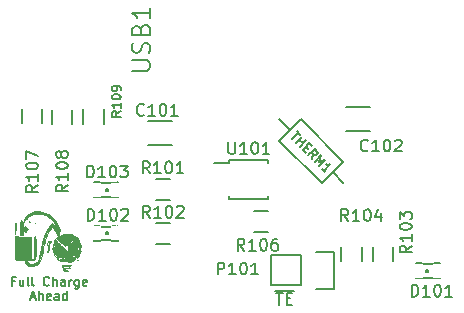
<source format=gto>
G04 #@! TF.FileFunction,Legend,Top*
%FSLAX46Y46*%
G04 Gerber Fmt 4.6, Leading zero omitted, Abs format (unit mm)*
G04 Created by KiCad (PCBNEW 0.201503261001+5536~22~ubuntu14.04.1-product) date Mon 30 Mar 2015 17:35:05 CEST*
%MOMM*%
G01*
G04 APERTURE LIST*
%ADD10C,0.100000*%
%ADD11C,0.150000*%
%ADD12C,0.127000*%
%ADD13R,2.000000X1.600000*%
%ADD14R,1.198880X1.198880*%
%ADD15R,2.032000X2.032000*%
%ADD16O,2.032000X2.032000*%
%ADD17R,1.500000X1.300000*%
%ADD18R,1.300000X1.500000*%
%ADD19R,1.400000X0.300000*%
%ADD20R,1.500000X1.500000*%
%ADD21C,1.500000*%
%ADD22R,0.400000X1.350000*%
%ADD23R,1.600000X1.400000*%
%ADD24R,1.900000X1.900000*%
%ADD25C,1.600000*%
%ADD26O,1.600000X1.600000*%
%ADD27C,1.998980*%
G04 APERTURE END LIST*
D10*
D11*
X110005905Y-83399381D02*
X110577334Y-83399381D01*
X110291619Y-84399381D02*
X110291619Y-83399381D01*
X110910667Y-83875571D02*
X111244001Y-83875571D01*
X111386858Y-84399381D02*
X110910667Y-84399381D01*
X110910667Y-83399381D01*
X111386858Y-83399381D01*
X109910667Y-83227000D02*
X111577334Y-83227000D01*
D12*
X87902143Y-82406671D02*
X87648143Y-82406671D01*
X87648143Y-82805814D02*
X87648143Y-82043814D01*
X88011000Y-82043814D01*
X88627857Y-82297814D02*
X88627857Y-82805814D01*
X88301286Y-82297814D02*
X88301286Y-82696957D01*
X88337571Y-82769529D01*
X88410143Y-82805814D01*
X88519000Y-82805814D01*
X88591571Y-82769529D01*
X88627857Y-82733243D01*
X89099572Y-82805814D02*
X89027000Y-82769529D01*
X88990715Y-82696957D01*
X88990715Y-82043814D01*
X89498715Y-82805814D02*
X89426143Y-82769529D01*
X89389858Y-82696957D01*
X89389858Y-82043814D01*
X90805000Y-82733243D02*
X90768714Y-82769529D01*
X90659857Y-82805814D01*
X90587286Y-82805814D01*
X90478429Y-82769529D01*
X90405857Y-82696957D01*
X90369572Y-82624386D01*
X90333286Y-82479243D01*
X90333286Y-82370386D01*
X90369572Y-82225243D01*
X90405857Y-82152671D01*
X90478429Y-82080100D01*
X90587286Y-82043814D01*
X90659857Y-82043814D01*
X90768714Y-82080100D01*
X90805000Y-82116386D01*
X91131572Y-82805814D02*
X91131572Y-82043814D01*
X91458143Y-82805814D02*
X91458143Y-82406671D01*
X91421857Y-82334100D01*
X91349286Y-82297814D01*
X91240429Y-82297814D01*
X91167857Y-82334100D01*
X91131572Y-82370386D01*
X92147572Y-82805814D02*
X92147572Y-82406671D01*
X92111286Y-82334100D01*
X92038715Y-82297814D01*
X91893572Y-82297814D01*
X91821001Y-82334100D01*
X92147572Y-82769529D02*
X92075001Y-82805814D01*
X91893572Y-82805814D01*
X91821001Y-82769529D01*
X91784715Y-82696957D01*
X91784715Y-82624386D01*
X91821001Y-82551814D01*
X91893572Y-82515529D01*
X92075001Y-82515529D01*
X92147572Y-82479243D01*
X92510430Y-82805814D02*
X92510430Y-82297814D01*
X92510430Y-82442957D02*
X92546715Y-82370386D01*
X92583001Y-82334100D01*
X92655572Y-82297814D01*
X92728144Y-82297814D01*
X93308715Y-82297814D02*
X93308715Y-82914671D01*
X93272429Y-82987243D01*
X93236144Y-83023529D01*
X93163572Y-83059814D01*
X93054715Y-83059814D01*
X92982144Y-83023529D01*
X93308715Y-82769529D02*
X93236144Y-82805814D01*
X93091001Y-82805814D01*
X93018429Y-82769529D01*
X92982144Y-82733243D01*
X92945858Y-82660671D01*
X92945858Y-82442957D01*
X92982144Y-82370386D01*
X93018429Y-82334100D01*
X93091001Y-82297814D01*
X93236144Y-82297814D01*
X93308715Y-82334100D01*
X93961858Y-82769529D02*
X93889287Y-82805814D01*
X93744144Y-82805814D01*
X93671573Y-82769529D01*
X93635287Y-82696957D01*
X93635287Y-82406671D01*
X93671573Y-82334100D01*
X93744144Y-82297814D01*
X93889287Y-82297814D01*
X93961858Y-82334100D01*
X93998144Y-82406671D01*
X93998144Y-82479243D01*
X93635287Y-82551814D01*
X89262857Y-83781900D02*
X89625714Y-83781900D01*
X89190285Y-83999614D02*
X89444285Y-83237614D01*
X89698285Y-83999614D01*
X89952286Y-83999614D02*
X89952286Y-83237614D01*
X90278857Y-83999614D02*
X90278857Y-83600471D01*
X90242571Y-83527900D01*
X90170000Y-83491614D01*
X90061143Y-83491614D01*
X89988571Y-83527900D01*
X89952286Y-83564186D01*
X90932000Y-83963329D02*
X90859429Y-83999614D01*
X90714286Y-83999614D01*
X90641715Y-83963329D01*
X90605429Y-83890757D01*
X90605429Y-83600471D01*
X90641715Y-83527900D01*
X90714286Y-83491614D01*
X90859429Y-83491614D01*
X90932000Y-83527900D01*
X90968286Y-83600471D01*
X90968286Y-83673043D01*
X90605429Y-83745614D01*
X91621429Y-83999614D02*
X91621429Y-83600471D01*
X91585143Y-83527900D01*
X91512572Y-83491614D01*
X91367429Y-83491614D01*
X91294858Y-83527900D01*
X91621429Y-83963329D02*
X91548858Y-83999614D01*
X91367429Y-83999614D01*
X91294858Y-83963329D01*
X91258572Y-83890757D01*
X91258572Y-83818186D01*
X91294858Y-83745614D01*
X91367429Y-83709329D01*
X91548858Y-83709329D01*
X91621429Y-83673043D01*
X92310858Y-83999614D02*
X92310858Y-83237614D01*
X92310858Y-83963329D02*
X92238287Y-83999614D01*
X92093144Y-83999614D01*
X92020572Y-83963329D01*
X91984287Y-83927043D01*
X91948001Y-83854471D01*
X91948001Y-83636757D01*
X91984287Y-83564186D01*
X92020572Y-83527900D01*
X92093144Y-83491614D01*
X92238287Y-83491614D01*
X92310858Y-83527900D01*
D11*
X101203000Y-68825000D02*
X99203000Y-68825000D01*
X99203000Y-70875000D02*
X101203000Y-70875000D01*
X115954300Y-69706600D02*
X117954300Y-69706600D01*
X117954300Y-67656600D02*
X115954300Y-67656600D01*
X122394980Y-81234280D02*
X122394980Y-80909160D01*
X122394980Y-80909160D02*
X121894600Y-80909160D01*
X121894600Y-81234280D02*
X121894600Y-80909160D01*
X122394980Y-81234280D02*
X121894600Y-81234280D01*
X122394980Y-81856580D02*
X122394980Y-81706720D01*
X122394980Y-81706720D02*
X122143520Y-81706720D01*
X122143520Y-81856580D02*
X122143520Y-81706720D01*
X122394980Y-81856580D02*
X122143520Y-81856580D01*
X122394980Y-81361280D02*
X122394980Y-81211420D01*
X122394980Y-81211420D02*
X122143520Y-81211420D01*
X122143520Y-81361280D02*
X122143520Y-81211420D01*
X122394980Y-81361280D02*
X122143520Y-81361280D01*
X122394980Y-81732120D02*
X122394980Y-81335880D01*
X122394980Y-81335880D02*
X122219720Y-81335880D01*
X122219720Y-81732120D02*
X122219720Y-81335880D01*
X122394980Y-81732120D02*
X122219720Y-81732120D01*
X123891040Y-81234280D02*
X123891040Y-80909160D01*
X123891040Y-80909160D02*
X123390660Y-80909160D01*
X123390660Y-81234280D02*
X123390660Y-80909160D01*
X123891040Y-81234280D02*
X123390660Y-81234280D01*
X123891040Y-82158840D02*
X123891040Y-81833720D01*
X123891040Y-81833720D02*
X123390660Y-81833720D01*
X123390660Y-82158840D02*
X123390660Y-81833720D01*
X123891040Y-82158840D02*
X123390660Y-82158840D01*
X123642120Y-81361280D02*
X123642120Y-81211420D01*
X123642120Y-81211420D02*
X123390660Y-81211420D01*
X123390660Y-81361280D02*
X123390660Y-81211420D01*
X123642120Y-81361280D02*
X123390660Y-81361280D01*
X123642120Y-81856580D02*
X123642120Y-81706720D01*
X123642120Y-81706720D02*
X123390660Y-81706720D01*
X123390660Y-81856580D02*
X123390660Y-81706720D01*
X123642120Y-81856580D02*
X123390660Y-81856580D01*
X123565920Y-81732120D02*
X123565920Y-81335880D01*
X123565920Y-81335880D02*
X123390660Y-81335880D01*
X123390660Y-81732120D02*
X123390660Y-81335880D01*
X123565920Y-81732120D02*
X123390660Y-81732120D01*
X122892820Y-81633060D02*
X122892820Y-81434940D01*
X122892820Y-81434940D02*
X122694700Y-81434940D01*
X122694700Y-81633060D02*
X122694700Y-81434940D01*
X122892820Y-81633060D02*
X122694700Y-81633060D01*
X122394980Y-82133440D02*
X122394980Y-81833720D01*
X122394980Y-81833720D02*
X122095260Y-81833720D01*
X122095260Y-82133440D02*
X122095260Y-81833720D01*
X122394980Y-82133440D02*
X122095260Y-82133440D01*
X121968260Y-82158840D02*
X121968260Y-81932780D01*
X121968260Y-81932780D02*
X121894600Y-81932780D01*
X121894600Y-82158840D02*
X121894600Y-81932780D01*
X121968260Y-82158840D02*
X121894600Y-82158840D01*
X122369580Y-80959960D02*
X123416060Y-80959960D01*
X123390660Y-82108040D02*
X121968260Y-82108040D01*
X122116302Y-81983580D02*
G75*
G03X122116302Y-81983580I-71842J0D01*
G01*
X121894600Y-81881980D02*
G75*
G03X121894600Y-81186020I0J347980D01*
G01*
X123891040Y-81186020D02*
G75*
G03X123891040Y-81881980I0J-347980D01*
G01*
X96128840Y-78658720D02*
X96128840Y-78983840D01*
X96128840Y-78983840D02*
X96629220Y-78983840D01*
X96629220Y-78658720D02*
X96629220Y-78983840D01*
X96128840Y-78658720D02*
X96629220Y-78658720D01*
X96128840Y-78036420D02*
X96128840Y-78186280D01*
X96128840Y-78186280D02*
X96380300Y-78186280D01*
X96380300Y-78036420D02*
X96380300Y-78186280D01*
X96128840Y-78036420D02*
X96380300Y-78036420D01*
X96128840Y-78531720D02*
X96128840Y-78681580D01*
X96128840Y-78681580D02*
X96380300Y-78681580D01*
X96380300Y-78531720D02*
X96380300Y-78681580D01*
X96128840Y-78531720D02*
X96380300Y-78531720D01*
X96128840Y-78160880D02*
X96128840Y-78557120D01*
X96128840Y-78557120D02*
X96304100Y-78557120D01*
X96304100Y-78160880D02*
X96304100Y-78557120D01*
X96128840Y-78160880D02*
X96304100Y-78160880D01*
X94632780Y-78658720D02*
X94632780Y-78983840D01*
X94632780Y-78983840D02*
X95133160Y-78983840D01*
X95133160Y-78658720D02*
X95133160Y-78983840D01*
X94632780Y-78658720D02*
X95133160Y-78658720D01*
X94632780Y-77734160D02*
X94632780Y-78059280D01*
X94632780Y-78059280D02*
X95133160Y-78059280D01*
X95133160Y-77734160D02*
X95133160Y-78059280D01*
X94632780Y-77734160D02*
X95133160Y-77734160D01*
X94881700Y-78531720D02*
X94881700Y-78681580D01*
X94881700Y-78681580D02*
X95133160Y-78681580D01*
X95133160Y-78531720D02*
X95133160Y-78681580D01*
X94881700Y-78531720D02*
X95133160Y-78531720D01*
X94881700Y-78036420D02*
X94881700Y-78186280D01*
X94881700Y-78186280D02*
X95133160Y-78186280D01*
X95133160Y-78036420D02*
X95133160Y-78186280D01*
X94881700Y-78036420D02*
X95133160Y-78036420D01*
X94957900Y-78160880D02*
X94957900Y-78557120D01*
X94957900Y-78557120D02*
X95133160Y-78557120D01*
X95133160Y-78160880D02*
X95133160Y-78557120D01*
X94957900Y-78160880D02*
X95133160Y-78160880D01*
X95631000Y-78259940D02*
X95631000Y-78458060D01*
X95631000Y-78458060D02*
X95829120Y-78458060D01*
X95829120Y-78259940D02*
X95829120Y-78458060D01*
X95631000Y-78259940D02*
X95829120Y-78259940D01*
X96128840Y-77759560D02*
X96128840Y-78059280D01*
X96128840Y-78059280D02*
X96428560Y-78059280D01*
X96428560Y-77759560D02*
X96428560Y-78059280D01*
X96128840Y-77759560D02*
X96428560Y-77759560D01*
X96555560Y-77734160D02*
X96555560Y-77960220D01*
X96555560Y-77960220D02*
X96629220Y-77960220D01*
X96629220Y-77734160D02*
X96629220Y-77960220D01*
X96555560Y-77734160D02*
X96629220Y-77734160D01*
X96154240Y-78933040D02*
X95107760Y-78933040D01*
X95133160Y-77784960D02*
X96555560Y-77784960D01*
X96551202Y-77909420D02*
G75*
G03X96551202Y-77909420I-71842J0D01*
G01*
X96629220Y-78011020D02*
G75*
G03X96629220Y-78706980I0J-347980D01*
G01*
X94632780Y-78706980D02*
G75*
G03X94632780Y-78011020I0J347980D01*
G01*
X96128840Y-74975720D02*
X96128840Y-75300840D01*
X96128840Y-75300840D02*
X96629220Y-75300840D01*
X96629220Y-74975720D02*
X96629220Y-75300840D01*
X96128840Y-74975720D02*
X96629220Y-74975720D01*
X96128840Y-74353420D02*
X96128840Y-74503280D01*
X96128840Y-74503280D02*
X96380300Y-74503280D01*
X96380300Y-74353420D02*
X96380300Y-74503280D01*
X96128840Y-74353420D02*
X96380300Y-74353420D01*
X96128840Y-74848720D02*
X96128840Y-74998580D01*
X96128840Y-74998580D02*
X96380300Y-74998580D01*
X96380300Y-74848720D02*
X96380300Y-74998580D01*
X96128840Y-74848720D02*
X96380300Y-74848720D01*
X96128840Y-74477880D02*
X96128840Y-74874120D01*
X96128840Y-74874120D02*
X96304100Y-74874120D01*
X96304100Y-74477880D02*
X96304100Y-74874120D01*
X96128840Y-74477880D02*
X96304100Y-74477880D01*
X94632780Y-74975720D02*
X94632780Y-75300840D01*
X94632780Y-75300840D02*
X95133160Y-75300840D01*
X95133160Y-74975720D02*
X95133160Y-75300840D01*
X94632780Y-74975720D02*
X95133160Y-74975720D01*
X94632780Y-74051160D02*
X94632780Y-74376280D01*
X94632780Y-74376280D02*
X95133160Y-74376280D01*
X95133160Y-74051160D02*
X95133160Y-74376280D01*
X94632780Y-74051160D02*
X95133160Y-74051160D01*
X94881700Y-74848720D02*
X94881700Y-74998580D01*
X94881700Y-74998580D02*
X95133160Y-74998580D01*
X95133160Y-74848720D02*
X95133160Y-74998580D01*
X94881700Y-74848720D02*
X95133160Y-74848720D01*
X94881700Y-74353420D02*
X94881700Y-74503280D01*
X94881700Y-74503280D02*
X95133160Y-74503280D01*
X95133160Y-74353420D02*
X95133160Y-74503280D01*
X94881700Y-74353420D02*
X95133160Y-74353420D01*
X94957900Y-74477880D02*
X94957900Y-74874120D01*
X94957900Y-74874120D02*
X95133160Y-74874120D01*
X95133160Y-74477880D02*
X95133160Y-74874120D01*
X94957900Y-74477880D02*
X95133160Y-74477880D01*
X95631000Y-74576940D02*
X95631000Y-74775060D01*
X95631000Y-74775060D02*
X95829120Y-74775060D01*
X95829120Y-74576940D02*
X95829120Y-74775060D01*
X95631000Y-74576940D02*
X95829120Y-74576940D01*
X96128840Y-74076560D02*
X96128840Y-74376280D01*
X96128840Y-74376280D02*
X96428560Y-74376280D01*
X96428560Y-74076560D02*
X96428560Y-74376280D01*
X96128840Y-74076560D02*
X96428560Y-74076560D01*
X96555560Y-74051160D02*
X96555560Y-74277220D01*
X96555560Y-74277220D02*
X96629220Y-74277220D01*
X96629220Y-74051160D02*
X96629220Y-74277220D01*
X96555560Y-74051160D02*
X96629220Y-74051160D01*
X96154240Y-75250040D02*
X95107760Y-75250040D01*
X95133160Y-74101960D02*
X96555560Y-74101960D01*
X96551202Y-74226420D02*
G75*
G03X96551202Y-74226420I-71842J0D01*
G01*
X96629220Y-74328020D02*
G75*
G03X96629220Y-75023980I0J-347980D01*
G01*
X94632780Y-75023980D02*
G75*
G03X94632780Y-74328020I0J347980D01*
G01*
X112115600Y-82753200D02*
X109575600Y-82753200D01*
X114935600Y-83033200D02*
X113385600Y-83033200D01*
X112115600Y-82753200D02*
X112115600Y-80213200D01*
X113385600Y-79933200D02*
X114935600Y-79933200D01*
X114935600Y-79933200D02*
X114935600Y-83033200D01*
X112115600Y-80213200D02*
X109575600Y-80213200D01*
X109575600Y-80213200D02*
X109575600Y-82753200D01*
X101057000Y-75551000D02*
X99857000Y-75551000D01*
X99857000Y-73801000D02*
X101057000Y-73801000D01*
X99857000Y-77484000D02*
X101057000Y-77484000D01*
X101057000Y-79234000D02*
X99857000Y-79234000D01*
X119950200Y-79511600D02*
X119950200Y-80711600D01*
X118200200Y-80711600D02*
X118200200Y-79511600D01*
X117257800Y-79511600D02*
X117257800Y-80711600D01*
X115507800Y-80711600D02*
X115507800Y-79511600D01*
X109312000Y-78218000D02*
X108112000Y-78218000D01*
X108112000Y-76468000D02*
X109312000Y-76468000D01*
X88482200Y-69014900D02*
X88482200Y-67814900D01*
X90232200Y-67814900D02*
X90232200Y-69014900D01*
X91022200Y-69078400D02*
X91022200Y-67878400D01*
X92772200Y-67878400D02*
X92772200Y-69078400D01*
X93714600Y-69065700D02*
X93714600Y-67865700D01*
X95464600Y-67865700D02*
X95464600Y-69065700D01*
X106021000Y-72112000D02*
X106021000Y-72412000D01*
X109371000Y-72112000D02*
X109371000Y-72412000D01*
X109371000Y-75462000D02*
X109371000Y-75162000D01*
X106021000Y-75462000D02*
X106021000Y-75162000D01*
X106021000Y-72112000D02*
X109371000Y-72112000D01*
X106021000Y-75462000D02*
X109371000Y-75462000D01*
X106021000Y-72412000D02*
X104796000Y-72412000D01*
X112106574Y-68718023D02*
X115698677Y-72310126D01*
X115698677Y-72310126D02*
X113902626Y-74106177D01*
X113902626Y-74106177D02*
X110310523Y-70514074D01*
X110310523Y-70514074D02*
X112106574Y-68718023D01*
X111208549Y-69616049D02*
X110310523Y-68718023D01*
X114800651Y-73208151D02*
X115698677Y-74106177D01*
D10*
G36*
X92387013Y-81512907D02*
X92338934Y-81519290D01*
X92244333Y-81521314D01*
X92139821Y-81518689D01*
X92100651Y-81511855D01*
X92127916Y-81503678D01*
X92264657Y-81496592D01*
X92360750Y-81503678D01*
X92387013Y-81512907D01*
X92387013Y-81512907D01*
X92387013Y-81512907D01*
G37*
X92387013Y-81512907D02*
X92338934Y-81519290D01*
X92244333Y-81521314D01*
X92139821Y-81518689D01*
X92100651Y-81511855D01*
X92127916Y-81503678D01*
X92264657Y-81496592D01*
X92360750Y-81503678D01*
X92387013Y-81512907D01*
X92387013Y-81512907D01*
G36*
X92060888Y-81421111D02*
X92055077Y-81446278D01*
X92032666Y-81449333D01*
X91997821Y-81433844D01*
X92004444Y-81421111D01*
X92054684Y-81416044D01*
X92060888Y-81421111D01*
X92060888Y-81421111D01*
X92060888Y-81421111D01*
G37*
X92060888Y-81421111D02*
X92055077Y-81446278D01*
X92032666Y-81449333D01*
X91997821Y-81433844D01*
X92004444Y-81421111D01*
X92054684Y-81416044D01*
X92060888Y-81421111D01*
X92060888Y-81421111D01*
G36*
X92427098Y-81296752D02*
X92397584Y-81309248D01*
X92284282Y-81325125D01*
X92197896Y-81334065D01*
X92068016Y-81338927D01*
X91993334Y-81317009D01*
X91954120Y-81274069D01*
X91929617Y-81210276D01*
X91947641Y-81195333D01*
X91989036Y-81227326D01*
X91990333Y-81237666D01*
X92028716Y-81260940D01*
X92128114Y-81277671D01*
X92233750Y-81283342D01*
X92372572Y-81287997D01*
X92427098Y-81296752D01*
X92427098Y-81296752D01*
X92427098Y-81296752D01*
G37*
X92427098Y-81296752D02*
X92397584Y-81309248D01*
X92284282Y-81325125D01*
X92197896Y-81334065D01*
X92068016Y-81338927D01*
X91993334Y-81317009D01*
X91954120Y-81274069D01*
X91929617Y-81210276D01*
X91947641Y-81195333D01*
X91989036Y-81227326D01*
X91990333Y-81237666D01*
X92028716Y-81260940D01*
X92128114Y-81277671D01*
X92233750Y-81283342D01*
X92372572Y-81287997D01*
X92427098Y-81296752D01*
X92427098Y-81296752D01*
G36*
X92540666Y-81258833D02*
X92519500Y-81280000D01*
X92498333Y-81258833D01*
X92519500Y-81237666D01*
X92540666Y-81258833D01*
X92540666Y-81258833D01*
X92540666Y-81258833D01*
G37*
X92540666Y-81258833D02*
X92519500Y-81280000D01*
X92498333Y-81258833D01*
X92519500Y-81237666D01*
X92540666Y-81258833D01*
X92540666Y-81258833D01*
G36*
X92234667Y-79318317D02*
X92199341Y-79309856D01*
X92163230Y-79302449D01*
X92172310Y-79346888D01*
X92181149Y-79405101D01*
X92168921Y-79415986D01*
X92150622Y-79407883D01*
X92150622Y-79183649D01*
X92145555Y-79177444D01*
X92120388Y-79183255D01*
X92117333Y-79205666D01*
X92117333Y-79057500D01*
X92096166Y-79036333D01*
X92075000Y-79057500D01*
X92075000Y-78930500D01*
X92053833Y-78909333D01*
X92032666Y-78930500D01*
X92053833Y-78951666D01*
X92075000Y-78930500D01*
X92075000Y-79057500D01*
X92096166Y-79078666D01*
X92117333Y-79057500D01*
X92117333Y-79205666D01*
X92132822Y-79240511D01*
X92145555Y-79233888D01*
X92150622Y-79183649D01*
X92150622Y-79407883D01*
X92100093Y-79385511D01*
X92028304Y-79321611D01*
X91990772Y-79258282D01*
X91990333Y-79252868D01*
X91990333Y-78975307D01*
X91956070Y-78971661D01*
X91926386Y-78977592D01*
X91926386Y-78858597D01*
X91913855Y-78785543D01*
X91868846Y-78741422D01*
X91857475Y-78740000D01*
X91809966Y-78773711D01*
X91794068Y-78803256D01*
X91749238Y-78843404D01*
X91721314Y-78837463D01*
X91704860Y-78840443D01*
X91730933Y-78880040D01*
X91795417Y-78941846D01*
X91856822Y-78938317D01*
X91896517Y-78915883D01*
X91926386Y-78858597D01*
X91926386Y-78977592D01*
X91905666Y-78981733D01*
X91837024Y-79015873D01*
X91821000Y-79042760D01*
X91851523Y-79056325D01*
X91905666Y-79036333D01*
X91972064Y-78994806D01*
X91990333Y-78975307D01*
X91990333Y-79252868D01*
X91955090Y-79206767D01*
X91869679Y-79152989D01*
X91764579Y-79109641D01*
X91736333Y-79101969D01*
X91697230Y-79071442D01*
X91619513Y-78998361D01*
X91556657Y-78935679D01*
X91398148Y-78774348D01*
X91493157Y-78694534D01*
X91553989Y-78624319D01*
X91540553Y-78582110D01*
X91502613Y-78532406D01*
X91482333Y-78498431D01*
X91482333Y-77999166D01*
X91461166Y-77978000D01*
X91440000Y-77999166D01*
X91461166Y-78020333D01*
X91482333Y-77999166D01*
X91482333Y-78498431D01*
X91437979Y-78424128D01*
X91356796Y-78274932D01*
X91295255Y-78155016D01*
X91205583Y-77986705D01*
X91127318Y-77859625D01*
X91069323Y-77787284D01*
X91046535Y-77776060D01*
X90999965Y-77823017D01*
X90930571Y-77933665D01*
X90845609Y-78092554D01*
X90752337Y-78284233D01*
X90658011Y-78493251D01*
X90569890Y-78704156D01*
X90495229Y-78901498D01*
X90444895Y-79056996D01*
X90385401Y-79286960D01*
X90326459Y-79550625D01*
X90279164Y-79797683D01*
X90272160Y-79840163D01*
X90210028Y-80187638D01*
X90144851Y-80460347D01*
X90073164Y-80668190D01*
X89991498Y-80821068D01*
X89896386Y-80928881D01*
X89888564Y-80935467D01*
X89659852Y-81070986D01*
X89395784Y-81137057D01*
X89115206Y-81129277D01*
X89083416Y-81123582D01*
X88938816Y-81056952D01*
X88828385Y-80935261D01*
X88774875Y-80785685D01*
X88773000Y-80752854D01*
X88773000Y-80602666D01*
X88379300Y-80602666D01*
X88163089Y-80596838D01*
X88012406Y-80580049D01*
X87936376Y-80553341D01*
X87934800Y-80551866D01*
X87916418Y-80504046D01*
X87902475Y-80397904D01*
X87892656Y-80227300D01*
X87886644Y-79986093D01*
X87884123Y-79668143D01*
X87883999Y-79564088D01*
X87884904Y-79291129D01*
X87887439Y-79047587D01*
X87891331Y-78845868D01*
X87896311Y-78698382D01*
X87902106Y-78617536D01*
X87904925Y-78606185D01*
X87957241Y-78596960D01*
X88053856Y-78604047D01*
X88054586Y-78604153D01*
X88183320Y-78623048D01*
X88171243Y-79591726D01*
X88159166Y-80560404D01*
X88847083Y-80560369D01*
X89535000Y-80560333D01*
X89535000Y-79586666D01*
X89535642Y-79270989D01*
X89537990Y-79030297D01*
X89542674Y-78854917D01*
X89550326Y-78735173D01*
X89561577Y-78661392D01*
X89577056Y-78623898D01*
X89597396Y-78613018D01*
X89598500Y-78613000D01*
X89619372Y-78622949D01*
X89635211Y-78659340D01*
X89646675Y-78731990D01*
X89654425Y-78850713D01*
X89659122Y-79025326D01*
X89661426Y-79265645D01*
X89662000Y-79557033D01*
X89660421Y-79898871D01*
X89655478Y-80162243D01*
X89646856Y-80353298D01*
X89634240Y-80478181D01*
X89617318Y-80543038D01*
X89611200Y-80551866D01*
X89540643Y-80579524D01*
X89405411Y-80597339D01*
X89251366Y-80602666D01*
X89092483Y-80604139D01*
X89000200Y-80612590D01*
X88956454Y-80634062D01*
X88943185Y-80674601D01*
X88942333Y-80706099D01*
X88979025Y-80819201D01*
X89078869Y-80896818D01*
X89226512Y-80935182D01*
X89406603Y-80930523D01*
X89603792Y-80879072D01*
X89620436Y-80872586D01*
X89715268Y-80825983D01*
X89792399Y-80763052D01*
X89856350Y-80672844D01*
X89911642Y-80544410D01*
X89962799Y-80366800D01*
X90014340Y-80129065D01*
X90070789Y-79820255D01*
X90082090Y-79754698D01*
X90239771Y-79063398D01*
X90468995Y-78415389D01*
X90617225Y-78093545D01*
X90755474Y-77832845D01*
X90873617Y-77650026D01*
X90977144Y-77542264D01*
X91071545Y-77506734D01*
X91162311Y-77540614D01*
X91254932Y-77641077D01*
X91315118Y-77734583D01*
X91379397Y-77834778D01*
X91410763Y-77864865D01*
X91410254Y-77832298D01*
X91378903Y-77744531D01*
X91317748Y-77609019D01*
X91289785Y-77552268D01*
X91194870Y-77410769D01*
X91049353Y-77247362D01*
X90875750Y-77082831D01*
X90696577Y-76937957D01*
X90534348Y-76833522D01*
X90486201Y-76810562D01*
X90304522Y-76754383D01*
X90084061Y-76715029D01*
X89853413Y-76694799D01*
X89641175Y-76695992D01*
X89475941Y-76720907D01*
X89454661Y-76727639D01*
X89292356Y-76801248D01*
X89140826Y-76897802D01*
X89023233Y-77000221D01*
X88963137Y-77090141D01*
X88903582Y-77155760D01*
X88823894Y-77181633D01*
X88738231Y-77208601D01*
X88711625Y-77277908D01*
X88711315Y-77300666D01*
X88696677Y-77393405D01*
X88668981Y-77437601D01*
X88610572Y-77457105D01*
X88523338Y-77466869D01*
X88435479Y-77466893D01*
X88375191Y-77457177D01*
X88370671Y-77437721D01*
X88370833Y-77437601D01*
X88412880Y-77373152D01*
X88427774Y-77321833D01*
X88449900Y-77235440D01*
X88468320Y-77230092D01*
X88476629Y-77306710D01*
X88476666Y-77314777D01*
X88493928Y-77401226D01*
X88555301Y-77427577D01*
X88561333Y-77427666D01*
X88623306Y-77407708D01*
X88645126Y-77333450D01*
X88646000Y-77300666D01*
X88658262Y-77211495D01*
X88687806Y-77173676D01*
X88688333Y-77173666D01*
X88727167Y-77139971D01*
X88730666Y-77117786D01*
X88763840Y-77032244D01*
X88851393Y-76920185D01*
X88975379Y-76799100D01*
X89117845Y-76686482D01*
X89260845Y-76599824D01*
X89263517Y-76598509D01*
X89376483Y-76546117D01*
X89471304Y-76514249D01*
X89572926Y-76499542D01*
X89706295Y-76498630D01*
X89896359Y-76508148D01*
X89921950Y-76509696D01*
X90218656Y-76540204D01*
X90462600Y-76598780D01*
X90681493Y-76696737D01*
X90903047Y-76845389D01*
X91062580Y-76975387D01*
X91339716Y-77267714D01*
X91552922Y-77614911D01*
X91677999Y-77935607D01*
X91710489Y-78054733D01*
X91712088Y-78123554D01*
X91680376Y-78171499D01*
X91656900Y-78192193D01*
X91603605Y-78251855D01*
X91617395Y-78311067D01*
X91635759Y-78337867D01*
X91685544Y-78442261D01*
X91685852Y-78533351D01*
X91641083Y-78581421D01*
X91611215Y-78610087D01*
X91646063Y-78669369D01*
X91646266Y-78669615D01*
X91717164Y-78732337D01*
X91757819Y-78723479D01*
X91756671Y-78646120D01*
X91755317Y-78640540D01*
X91752329Y-78564899D01*
X91804115Y-78513677D01*
X91861701Y-78486676D01*
X91953982Y-78454245D01*
X92004940Y-78447287D01*
X92006748Y-78448551D01*
X92022838Y-78494148D01*
X92054159Y-78602121D01*
X92095101Y-78752785D01*
X92113972Y-78824666D01*
X92159120Y-78997385D01*
X92198323Y-79145589D01*
X92225118Y-79244903D01*
X92230450Y-79263884D01*
X92234667Y-79318317D01*
X92234667Y-79318317D01*
X92234667Y-79318317D01*
G37*
X92234667Y-79318317D02*
X92199341Y-79309856D01*
X92163230Y-79302449D01*
X92172310Y-79346888D01*
X92181149Y-79405101D01*
X92168921Y-79415986D01*
X92150622Y-79407883D01*
X92150622Y-79183649D01*
X92145555Y-79177444D01*
X92120388Y-79183255D01*
X92117333Y-79205666D01*
X92117333Y-79057500D01*
X92096166Y-79036333D01*
X92075000Y-79057500D01*
X92075000Y-78930500D01*
X92053833Y-78909333D01*
X92032666Y-78930500D01*
X92053833Y-78951666D01*
X92075000Y-78930500D01*
X92075000Y-79057500D01*
X92096166Y-79078666D01*
X92117333Y-79057500D01*
X92117333Y-79205666D01*
X92132822Y-79240511D01*
X92145555Y-79233888D01*
X92150622Y-79183649D01*
X92150622Y-79407883D01*
X92100093Y-79385511D01*
X92028304Y-79321611D01*
X91990772Y-79258282D01*
X91990333Y-79252868D01*
X91990333Y-78975307D01*
X91956070Y-78971661D01*
X91926386Y-78977592D01*
X91926386Y-78858597D01*
X91913855Y-78785543D01*
X91868846Y-78741422D01*
X91857475Y-78740000D01*
X91809966Y-78773711D01*
X91794068Y-78803256D01*
X91749238Y-78843404D01*
X91721314Y-78837463D01*
X91704860Y-78840443D01*
X91730933Y-78880040D01*
X91795417Y-78941846D01*
X91856822Y-78938317D01*
X91896517Y-78915883D01*
X91926386Y-78858597D01*
X91926386Y-78977592D01*
X91905666Y-78981733D01*
X91837024Y-79015873D01*
X91821000Y-79042760D01*
X91851523Y-79056325D01*
X91905666Y-79036333D01*
X91972064Y-78994806D01*
X91990333Y-78975307D01*
X91990333Y-79252868D01*
X91955090Y-79206767D01*
X91869679Y-79152989D01*
X91764579Y-79109641D01*
X91736333Y-79101969D01*
X91697230Y-79071442D01*
X91619513Y-78998361D01*
X91556657Y-78935679D01*
X91398148Y-78774348D01*
X91493157Y-78694534D01*
X91553989Y-78624319D01*
X91540553Y-78582110D01*
X91502613Y-78532406D01*
X91482333Y-78498431D01*
X91482333Y-77999166D01*
X91461166Y-77978000D01*
X91440000Y-77999166D01*
X91461166Y-78020333D01*
X91482333Y-77999166D01*
X91482333Y-78498431D01*
X91437979Y-78424128D01*
X91356796Y-78274932D01*
X91295255Y-78155016D01*
X91205583Y-77986705D01*
X91127318Y-77859625D01*
X91069323Y-77787284D01*
X91046535Y-77776060D01*
X90999965Y-77823017D01*
X90930571Y-77933665D01*
X90845609Y-78092554D01*
X90752337Y-78284233D01*
X90658011Y-78493251D01*
X90569890Y-78704156D01*
X90495229Y-78901498D01*
X90444895Y-79056996D01*
X90385401Y-79286960D01*
X90326459Y-79550625D01*
X90279164Y-79797683D01*
X90272160Y-79840163D01*
X90210028Y-80187638D01*
X90144851Y-80460347D01*
X90073164Y-80668190D01*
X89991498Y-80821068D01*
X89896386Y-80928881D01*
X89888564Y-80935467D01*
X89659852Y-81070986D01*
X89395784Y-81137057D01*
X89115206Y-81129277D01*
X89083416Y-81123582D01*
X88938816Y-81056952D01*
X88828385Y-80935261D01*
X88774875Y-80785685D01*
X88773000Y-80752854D01*
X88773000Y-80602666D01*
X88379300Y-80602666D01*
X88163089Y-80596838D01*
X88012406Y-80580049D01*
X87936376Y-80553341D01*
X87934800Y-80551866D01*
X87916418Y-80504046D01*
X87902475Y-80397904D01*
X87892656Y-80227300D01*
X87886644Y-79986093D01*
X87884123Y-79668143D01*
X87883999Y-79564088D01*
X87884904Y-79291129D01*
X87887439Y-79047587D01*
X87891331Y-78845868D01*
X87896311Y-78698382D01*
X87902106Y-78617536D01*
X87904925Y-78606185D01*
X87957241Y-78596960D01*
X88053856Y-78604047D01*
X88054586Y-78604153D01*
X88183320Y-78623048D01*
X88171243Y-79591726D01*
X88159166Y-80560404D01*
X88847083Y-80560369D01*
X89535000Y-80560333D01*
X89535000Y-79586666D01*
X89535642Y-79270989D01*
X89537990Y-79030297D01*
X89542674Y-78854917D01*
X89550326Y-78735173D01*
X89561577Y-78661392D01*
X89577056Y-78623898D01*
X89597396Y-78613018D01*
X89598500Y-78613000D01*
X89619372Y-78622949D01*
X89635211Y-78659340D01*
X89646675Y-78731990D01*
X89654425Y-78850713D01*
X89659122Y-79025326D01*
X89661426Y-79265645D01*
X89662000Y-79557033D01*
X89660421Y-79898871D01*
X89655478Y-80162243D01*
X89646856Y-80353298D01*
X89634240Y-80478181D01*
X89617318Y-80543038D01*
X89611200Y-80551866D01*
X89540643Y-80579524D01*
X89405411Y-80597339D01*
X89251366Y-80602666D01*
X89092483Y-80604139D01*
X89000200Y-80612590D01*
X88956454Y-80634062D01*
X88943185Y-80674601D01*
X88942333Y-80706099D01*
X88979025Y-80819201D01*
X89078869Y-80896818D01*
X89226512Y-80935182D01*
X89406603Y-80930523D01*
X89603792Y-80879072D01*
X89620436Y-80872586D01*
X89715268Y-80825983D01*
X89792399Y-80763052D01*
X89856350Y-80672844D01*
X89911642Y-80544410D01*
X89962799Y-80366800D01*
X90014340Y-80129065D01*
X90070789Y-79820255D01*
X90082090Y-79754698D01*
X90239771Y-79063398D01*
X90468995Y-78415389D01*
X90617225Y-78093545D01*
X90755474Y-77832845D01*
X90873617Y-77650026D01*
X90977144Y-77542264D01*
X91071545Y-77506734D01*
X91162311Y-77540614D01*
X91254932Y-77641077D01*
X91315118Y-77734583D01*
X91379397Y-77834778D01*
X91410763Y-77864865D01*
X91410254Y-77832298D01*
X91378903Y-77744531D01*
X91317748Y-77609019D01*
X91289785Y-77552268D01*
X91194870Y-77410769D01*
X91049353Y-77247362D01*
X90875750Y-77082831D01*
X90696577Y-76937957D01*
X90534348Y-76833522D01*
X90486201Y-76810562D01*
X90304522Y-76754383D01*
X90084061Y-76715029D01*
X89853413Y-76694799D01*
X89641175Y-76695992D01*
X89475941Y-76720907D01*
X89454661Y-76727639D01*
X89292356Y-76801248D01*
X89140826Y-76897802D01*
X89023233Y-77000221D01*
X88963137Y-77090141D01*
X88903582Y-77155760D01*
X88823894Y-77181633D01*
X88738231Y-77208601D01*
X88711625Y-77277908D01*
X88711315Y-77300666D01*
X88696677Y-77393405D01*
X88668981Y-77437601D01*
X88610572Y-77457105D01*
X88523338Y-77466869D01*
X88435479Y-77466893D01*
X88375191Y-77457177D01*
X88370671Y-77437721D01*
X88370833Y-77437601D01*
X88412880Y-77373152D01*
X88427774Y-77321833D01*
X88449900Y-77235440D01*
X88468320Y-77230092D01*
X88476629Y-77306710D01*
X88476666Y-77314777D01*
X88493928Y-77401226D01*
X88555301Y-77427577D01*
X88561333Y-77427666D01*
X88623306Y-77407708D01*
X88645126Y-77333450D01*
X88646000Y-77300666D01*
X88658262Y-77211495D01*
X88687806Y-77173676D01*
X88688333Y-77173666D01*
X88727167Y-77139971D01*
X88730666Y-77117786D01*
X88763840Y-77032244D01*
X88851393Y-76920185D01*
X88975379Y-76799100D01*
X89117845Y-76686482D01*
X89260845Y-76599824D01*
X89263517Y-76598509D01*
X89376483Y-76546117D01*
X89471304Y-76514249D01*
X89572926Y-76499542D01*
X89706295Y-76498630D01*
X89896359Y-76508148D01*
X89921950Y-76509696D01*
X90218656Y-76540204D01*
X90462600Y-76598780D01*
X90681493Y-76696737D01*
X90903047Y-76845389D01*
X91062580Y-76975387D01*
X91339716Y-77267714D01*
X91552922Y-77614911D01*
X91677999Y-77935607D01*
X91710489Y-78054733D01*
X91712088Y-78123554D01*
X91680376Y-78171499D01*
X91656900Y-78192193D01*
X91603605Y-78251855D01*
X91617395Y-78311067D01*
X91635759Y-78337867D01*
X91685544Y-78442261D01*
X91685852Y-78533351D01*
X91641083Y-78581421D01*
X91611215Y-78610087D01*
X91646063Y-78669369D01*
X91646266Y-78669615D01*
X91717164Y-78732337D01*
X91757819Y-78723479D01*
X91756671Y-78646120D01*
X91755317Y-78640540D01*
X91752329Y-78564899D01*
X91804115Y-78513677D01*
X91861701Y-78486676D01*
X91953982Y-78454245D01*
X92004940Y-78447287D01*
X92006748Y-78448551D01*
X92022838Y-78494148D01*
X92054159Y-78602121D01*
X92095101Y-78752785D01*
X92113972Y-78824666D01*
X92159120Y-78997385D01*
X92198323Y-79145589D01*
X92225118Y-79244903D01*
X92230450Y-79263884D01*
X92234667Y-79318317D01*
X92234667Y-79318317D01*
G36*
X92628255Y-81082344D02*
X92569200Y-81102081D01*
X92452593Y-81117701D01*
X92305510Y-81127581D01*
X92155030Y-81130093D01*
X92028229Y-81123613D01*
X92000916Y-81120008D01*
X91913688Y-81099430D01*
X91903834Y-81079989D01*
X91964065Y-81063556D01*
X92087092Y-81052003D01*
X92265625Y-81047203D01*
X92284550Y-81047166D01*
X92446712Y-81050732D01*
X92566081Y-81060293D01*
X92625994Y-81074144D01*
X92628255Y-81082344D01*
X92628255Y-81082344D01*
X92628255Y-81082344D01*
G37*
X92628255Y-81082344D02*
X92569200Y-81102081D01*
X92452593Y-81117701D01*
X92305510Y-81127581D01*
X92155030Y-81130093D01*
X92028229Y-81123613D01*
X92000916Y-81120008D01*
X91913688Y-81099430D01*
X91903834Y-81079989D01*
X91964065Y-81063556D01*
X92087092Y-81052003D01*
X92265625Y-81047203D01*
X92284550Y-81047166D01*
X92446712Y-81050732D01*
X92566081Y-81060293D01*
X92625994Y-81074144D01*
X92628255Y-81082344D01*
X92628255Y-81082344D01*
G36*
X93474342Y-79553652D02*
X93445645Y-79641013D01*
X93442552Y-79644336D01*
X93418201Y-79690666D01*
X93418201Y-79434090D01*
X93361542Y-79423984D01*
X93337062Y-79430748D01*
X93321027Y-79449545D01*
X93362638Y-79456324D01*
X93417545Y-79448541D01*
X93418201Y-79434090D01*
X93418201Y-79690666D01*
X93409690Y-79706859D01*
X93407292Y-79772013D01*
X93433412Y-79798333D01*
X93470903Y-79830658D01*
X93472000Y-79840666D01*
X93437026Y-79876883D01*
X93397916Y-79883648D01*
X93352183Y-79892951D01*
X93378183Y-79918782D01*
X93411542Y-79982162D01*
X93404927Y-80025212D01*
X93378781Y-80073497D01*
X93345015Y-80053304D01*
X93345000Y-80053284D01*
X93345000Y-79676625D01*
X93332546Y-79588469D01*
X93279795Y-79557277D01*
X93236668Y-79554916D01*
X93235764Y-79555082D01*
X93235764Y-79488663D01*
X93228583Y-79473963D01*
X93206164Y-79472516D01*
X93206164Y-79043434D01*
X93177672Y-79056260D01*
X93142783Y-79062074D01*
X93151956Y-79002031D01*
X93152732Y-78999567D01*
X93162566Y-78935584D01*
X93123753Y-78932117D01*
X93114454Y-78935479D01*
X93067421Y-78938086D01*
X93073882Y-78892880D01*
X93086101Y-78835083D01*
X93078891Y-78824666D01*
X93041229Y-78857862D01*
X93037593Y-78934676D01*
X93068557Y-79020952D01*
X93075427Y-79031473D01*
X93132841Y-79104453D01*
X93169004Y-79112418D01*
X93200875Y-79072125D01*
X93206164Y-79043434D01*
X93206164Y-79472516D01*
X93141912Y-79468372D01*
X93122750Y-79473963D01*
X93117431Y-79489414D01*
X93175666Y-79495315D01*
X93235764Y-79488663D01*
X93235764Y-79555082D01*
X93158837Y-79569284D01*
X93152001Y-79616587D01*
X93173514Y-79693553D01*
X93175666Y-79714024D01*
X93210490Y-79753420D01*
X93249750Y-79769151D01*
X93317777Y-79787949D01*
X93334416Y-79793422D01*
X93341951Y-79760464D01*
X93345000Y-79676625D01*
X93345000Y-80053284D01*
X93320173Y-80021827D01*
X93291201Y-79992725D01*
X93291201Y-79857423D01*
X93234542Y-79847317D01*
X93210062Y-79854081D01*
X93194027Y-79872878D01*
X93235638Y-79879657D01*
X93290545Y-79871874D01*
X93291201Y-79857423D01*
X93291201Y-79992725D01*
X93275940Y-79977397D01*
X93261679Y-79983433D01*
X93234660Y-79991458D01*
X93195810Y-79966817D01*
X93140809Y-79930222D01*
X93106914Y-79948894D01*
X93091000Y-79990953D01*
X93091000Y-79671333D01*
X93062115Y-79601414D01*
X93024097Y-79591820D01*
X93024097Y-79530996D01*
X93016916Y-79516296D01*
X93005113Y-79515534D01*
X93005113Y-78741079D01*
X92965343Y-78764147D01*
X92954173Y-78773235D01*
X92903867Y-78804270D01*
X92893411Y-78767465D01*
X92894372Y-78753089D01*
X92879841Y-78689388D01*
X92858166Y-78676872D01*
X92785389Y-78654384D01*
X92766532Y-78643837D01*
X92710440Y-78645346D01*
X92695791Y-78665652D01*
X92677425Y-78677904D01*
X92671008Y-78639814D01*
X92648882Y-78583396D01*
X92575502Y-78578604D01*
X92561833Y-78581027D01*
X92483149Y-78584369D01*
X92456000Y-78566124D01*
X92424735Y-78547884D01*
X92392500Y-78555357D01*
X92335085Y-78597012D01*
X92345219Y-78635403D01*
X92381916Y-78645796D01*
X92537250Y-78674978D01*
X92691820Y-78728661D01*
X92808814Y-78793256D01*
X92829355Y-78810974D01*
X92912061Y-78855085D01*
X92979221Y-78821247D01*
X92999988Y-78779687D01*
X93005113Y-78741079D01*
X93005113Y-79515534D01*
X92930245Y-79510705D01*
X92928951Y-79511082D01*
X92928951Y-79010664D01*
X92926356Y-78973780D01*
X92858227Y-78913084D01*
X92810990Y-78882337D01*
X92681353Y-78810483D01*
X92609486Y-78785658D01*
X92599656Y-78808682D01*
X92626182Y-78846856D01*
X92677657Y-78891538D01*
X92698393Y-78892717D01*
X92737809Y-78905071D01*
X92799738Y-78956738D01*
X92874983Y-79007972D01*
X92928951Y-79010664D01*
X92928951Y-79511082D01*
X92911083Y-79516296D01*
X92905765Y-79531748D01*
X92964000Y-79537649D01*
X93024097Y-79530996D01*
X93024097Y-79591820D01*
X93016916Y-79590008D01*
X92976800Y-79600850D01*
X92995750Y-79614703D01*
X93044335Y-79670583D01*
X93048666Y-79696027D01*
X93060773Y-79750193D01*
X93069833Y-79756000D01*
X93087057Y-79720395D01*
X93091000Y-79671333D01*
X93091000Y-79990953D01*
X93074079Y-80035674D01*
X93070556Y-80047051D01*
X93066471Y-80071227D01*
X93066471Y-79826939D01*
X93054454Y-79807318D01*
X93006333Y-79813184D01*
X93006333Y-79692500D01*
X92985166Y-79671333D01*
X92964000Y-79692500D01*
X92985166Y-79713666D01*
X93006333Y-79692500D01*
X93006333Y-79813184D01*
X92977770Y-79816666D01*
X92954197Y-79833535D01*
X92943211Y-79861273D01*
X93005248Y-79853202D01*
X93009726Y-79852045D01*
X93066471Y-79826939D01*
X93066471Y-80071227D01*
X93058715Y-80117129D01*
X93086464Y-80118636D01*
X93128512Y-80120635D01*
X93133333Y-80139685D01*
X93149916Y-80166356D01*
X93197802Y-80136195D01*
X93243354Y-80105892D01*
X93239272Y-80142073D01*
X93232941Y-80159123D01*
X93223903Y-80211651D01*
X93253139Y-80204946D01*
X93295336Y-80198850D01*
X93298298Y-80242823D01*
X93265220Y-80313664D01*
X93232295Y-80356259D01*
X93218000Y-80369047D01*
X93218000Y-80329998D01*
X93187931Y-80294192D01*
X93169125Y-80281124D01*
X93140157Y-80276134D01*
X93150457Y-80299792D01*
X93193082Y-80345239D01*
X93217587Y-80335916D01*
X93218000Y-80329998D01*
X93218000Y-80369047D01*
X93173526Y-80408835D01*
X93123354Y-80396718D01*
X93091000Y-80369413D01*
X93091000Y-80248016D01*
X93062070Y-80212679D01*
X93045087Y-80198106D01*
X93045087Y-79952073D01*
X93012235Y-79947551D01*
X92964849Y-79987810D01*
X92937548Y-80041039D01*
X92956318Y-80052333D01*
X93018364Y-80021178D01*
X93029240Y-80007183D01*
X93045087Y-79952073D01*
X93045087Y-80198106D01*
X93016916Y-80173933D01*
X92966773Y-80137321D01*
X92977285Y-80159243D01*
X93000933Y-80189916D01*
X93062723Y-80255731D01*
X93090304Y-80255445D01*
X93091000Y-80248016D01*
X93091000Y-80369413D01*
X93084128Y-80363614D01*
X93025615Y-80324901D01*
X92999631Y-80352270D01*
X93000824Y-80453119D01*
X93003082Y-80475666D01*
X93000737Y-80515706D01*
X92982801Y-80495174D01*
X92982801Y-80306273D01*
X92975988Y-80260961D01*
X92930735Y-80211921D01*
X92921666Y-80205772D01*
X92921666Y-79758498D01*
X92895906Y-79708667D01*
X92895906Y-79128433D01*
X92876966Y-79087856D01*
X92806169Y-79024751D01*
X92707247Y-78954724D01*
X92603935Y-78893381D01*
X92519968Y-78856327D01*
X92481292Y-78855818D01*
X92459270Y-78913581D01*
X92520848Y-78958891D01*
X92551250Y-78968798D01*
X92646500Y-78995805D01*
X92544841Y-79052738D01*
X92480728Y-79099195D01*
X92491099Y-79130591D01*
X92502507Y-79136502D01*
X92537857Y-79165791D01*
X92508916Y-79188027D01*
X92465184Y-79237005D01*
X92459616Y-79298800D01*
X92494833Y-79332421D01*
X92499661Y-79332666D01*
X92550819Y-79298736D01*
X92568624Y-79266733D01*
X92618627Y-79221035D01*
X92651962Y-79223071D01*
X92700058Y-79210886D01*
X92710000Y-79162004D01*
X92729607Y-79089046D01*
X92783901Y-79092127D01*
X92823755Y-79124688D01*
X92877566Y-79145892D01*
X92895906Y-79128433D01*
X92895906Y-79708667D01*
X92891149Y-79699465D01*
X92829287Y-79689044D01*
X92790581Y-79718826D01*
X92762267Y-79744804D01*
X92753075Y-79692962D01*
X92752981Y-79685444D01*
X92774008Y-79603000D01*
X92805250Y-79572369D01*
X92814052Y-79554730D01*
X92770248Y-79547675D01*
X92709987Y-79558594D01*
X92694888Y-79613806D01*
X92700969Y-79671333D01*
X92729720Y-79764359D01*
X92792169Y-79796882D01*
X92820638Y-79798333D01*
X92897880Y-79784102D01*
X92921666Y-79758498D01*
X92921666Y-80205772D01*
X92897469Y-80189366D01*
X92897469Y-79945359D01*
X92894642Y-79904166D01*
X92838229Y-79855726D01*
X92763787Y-79840666D01*
X92691984Y-79848189D01*
X92691997Y-79880385D01*
X92710000Y-79904166D01*
X92792845Y-79958473D01*
X92840854Y-79967666D01*
X92897469Y-79945359D01*
X92897469Y-80189366D01*
X92889880Y-80184221D01*
X92889880Y-80061090D01*
X92859008Y-80024012D01*
X92847370Y-80027851D01*
X92797926Y-80027917D01*
X92746767Y-80007021D01*
X92681247Y-79980121D01*
X92673016Y-80011604D01*
X92689301Y-80059454D01*
X92743728Y-80103414D01*
X92810911Y-80115833D01*
X92884196Y-80097965D01*
X92889880Y-80061090D01*
X92889880Y-80184221D01*
X92852455Y-80158847D01*
X92761465Y-80168249D01*
X92740768Y-80175682D01*
X92663706Y-80198257D01*
X92646054Y-80178922D01*
X92651809Y-80159595D01*
X92635777Y-80097633D01*
X92613868Y-80080050D01*
X92613868Y-79603423D01*
X92557209Y-79593317D01*
X92532729Y-79600081D01*
X92516694Y-79618878D01*
X92558305Y-79625657D01*
X92613212Y-79617874D01*
X92613868Y-79603423D01*
X92613868Y-80080050D01*
X92575700Y-80049420D01*
X92508393Y-80016586D01*
X92508473Y-80031451D01*
X92548233Y-80077923D01*
X92605121Y-80151126D01*
X92623951Y-80219668D01*
X92625981Y-80274583D01*
X92636021Y-80303789D01*
X92661791Y-80272057D01*
X92698594Y-80250416D01*
X92749388Y-80298202D01*
X92770287Y-80328538D01*
X92824806Y-80402484D01*
X92866940Y-80411697D01*
X92926472Y-80365484D01*
X92982801Y-80306273D01*
X92982801Y-80495174D01*
X92971056Y-80481730D01*
X92925641Y-80450526D01*
X92905101Y-80468221D01*
X92907780Y-80526508D01*
X92921666Y-80539166D01*
X92945993Y-80591137D01*
X92939755Y-80607647D01*
X92890860Y-80621502D01*
X92853428Y-80598734D01*
X92810572Y-80571554D01*
X92816794Y-80610944D01*
X92819577Y-80618325D01*
X92824232Y-80668060D01*
X92778988Y-80662415D01*
X92734255Y-80616570D01*
X92747388Y-80566684D01*
X92768805Y-80478191D01*
X92744037Y-80417212D01*
X92696681Y-80407606D01*
X92669572Y-80408072D01*
X92678250Y-80401700D01*
X92709917Y-80359951D01*
X92668938Y-80326376D01*
X92620998Y-80317646D01*
X92556988Y-80327496D01*
X92552557Y-80386244D01*
X92556920Y-80403887D01*
X92577050Y-80490255D01*
X92582421Y-80527254D01*
X92614416Y-80541415D01*
X92646500Y-80533308D01*
X92700954Y-80533525D01*
X92710000Y-80552276D01*
X92676819Y-80605855D01*
X92657083Y-80616963D01*
X92627448Y-80636259D01*
X92655754Y-80641657D01*
X92688832Y-80675149D01*
X92684155Y-80705424D01*
X92628438Y-80747977D01*
X92583000Y-80748421D01*
X92583000Y-80666166D01*
X92549113Y-80610042D01*
X92540666Y-80607938D01*
X92540666Y-80250924D01*
X92515764Y-80177102D01*
X92474027Y-80113341D01*
X92433468Y-80069243D01*
X92431957Y-80080467D01*
X92425770Y-80135011D01*
X92408260Y-80145857D01*
X92392742Y-80182047D01*
X92432187Y-80234139D01*
X92503341Y-80296131D01*
X92535100Y-80293284D01*
X92540666Y-80250924D01*
X92540666Y-80607938D01*
X92519500Y-80602666D01*
X92459153Y-80620602D01*
X92464390Y-80662085D01*
X92527298Y-80708625D01*
X92572416Y-80726324D01*
X92581802Y-80695044D01*
X92583000Y-80666166D01*
X92583000Y-80748421D01*
X92571083Y-80748538D01*
X92485149Y-80755920D01*
X92448080Y-80783364D01*
X92425229Y-80786419D01*
X92414610Y-80715344D01*
X92414314Y-80697916D01*
X92429654Y-80592849D01*
X92477166Y-80560333D01*
X92526142Y-80555061D01*
X92535779Y-80523527D01*
X92509677Y-80442157D01*
X92499381Y-80414922D01*
X92447861Y-80334836D01*
X92393547Y-80306333D01*
X92340771Y-80270675D01*
X92329000Y-80218138D01*
X92307298Y-80155791D01*
X92260884Y-80154405D01*
X92217792Y-80208713D01*
X92208513Y-80240771D01*
X92211976Y-80293004D01*
X92230147Y-80293934D01*
X92292572Y-80298202D01*
X92366731Y-80353404D01*
X92422736Y-80436745D01*
X92425024Y-80442560D01*
X92429275Y-80515377D01*
X92411817Y-80540309D01*
X92377836Y-80598952D01*
X92371333Y-80647498D01*
X92348627Y-80717482D01*
X92299031Y-80723353D01*
X92267734Y-80690949D01*
X92276635Y-80643626D01*
X92296986Y-80630791D01*
X92312411Y-80612098D01*
X92276083Y-80606008D01*
X92213390Y-80623028D01*
X92202000Y-80645000D01*
X92165771Y-80676822D01*
X92142482Y-80680338D01*
X92142482Y-80624477D01*
X92138500Y-80602666D01*
X92084378Y-80561948D01*
X92072501Y-80560333D01*
X92033806Y-80592622D01*
X92032666Y-80602666D01*
X92067124Y-80639818D01*
X92098665Y-80645000D01*
X92142482Y-80624477D01*
X92142482Y-80680338D01*
X92096166Y-80687333D01*
X92009339Y-80664053D01*
X91988423Y-80613250D01*
X91976052Y-80585342D01*
X91942475Y-80639375D01*
X91935507Y-80654776D01*
X91887964Y-80732503D01*
X91837155Y-80738431D01*
X91821000Y-80729508D01*
X91782101Y-80696821D01*
X91822204Y-80688115D01*
X91831583Y-80687981D01*
X91893691Y-80653053D01*
X91905666Y-80598777D01*
X91913885Y-80547528D01*
X91952417Y-80523620D01*
X92042074Y-80520083D01*
X92126866Y-80524694D01*
X92263084Y-80527920D01*
X92334926Y-80511971D01*
X92361200Y-80473408D01*
X92352580Y-80430639D01*
X92290406Y-80419666D01*
X92224667Y-80425123D01*
X92159666Y-80427355D01*
X92159666Y-80115833D01*
X92138500Y-80094666D01*
X92117333Y-80115833D01*
X92138500Y-80137000D01*
X92159666Y-80115833D01*
X92159666Y-80427355D01*
X92121806Y-80428656D01*
X92079723Y-80401645D01*
X92075000Y-80371966D01*
X92094214Y-80324510D01*
X92116848Y-80327200D01*
X92140538Y-80320213D01*
X92132123Y-80283815D01*
X92102970Y-80239570D01*
X92069756Y-80271033D01*
X92037543Y-80362528D01*
X92033314Y-80403072D01*
X92022448Y-80453109D01*
X91990333Y-80448674D01*
X91990333Y-80001310D01*
X91964908Y-80008798D01*
X91900024Y-80065353D01*
X91893520Y-80071961D01*
X91893520Y-79847204D01*
X91873489Y-79855556D01*
X91822514Y-79852767D01*
X91812485Y-79836288D01*
X91811955Y-79836061D01*
X91811955Y-79522315D01*
X91806888Y-79516111D01*
X91781721Y-79521922D01*
X91778666Y-79544333D01*
X91794155Y-79579178D01*
X91806888Y-79572555D01*
X91811955Y-79522315D01*
X91811955Y-79836061D01*
X91779321Y-79822096D01*
X91760990Y-79838534D01*
X91760990Y-79698392D01*
X91749784Y-79643690D01*
X91736333Y-79641304D01*
X91736333Y-79544333D01*
X91704118Y-79503230D01*
X91694000Y-79502000D01*
X91652896Y-79534214D01*
X91651666Y-79544333D01*
X91683881Y-79585436D01*
X91694000Y-79586666D01*
X91735103Y-79554452D01*
X91736333Y-79544333D01*
X91736333Y-79641304D01*
X91726054Y-79639481D01*
X91681163Y-79689356D01*
X91669342Y-79728941D01*
X91680548Y-79783642D01*
X91704278Y-79787851D01*
X91749169Y-79737977D01*
X91760990Y-79698392D01*
X91760990Y-79838534D01*
X91740185Y-79857191D01*
X91708044Y-79909585D01*
X91747105Y-79924875D01*
X91770984Y-79925333D01*
X91856232Y-79903997D01*
X91888542Y-79876459D01*
X91893520Y-79847204D01*
X91893520Y-80071961D01*
X91851607Y-80114546D01*
X91766804Y-80200674D01*
X91729971Y-80223545D01*
X91729971Y-80052333D01*
X91720787Y-80026567D01*
X91665696Y-79962816D01*
X91648034Y-79944792D01*
X91609333Y-79916876D01*
X91609333Y-79650166D01*
X91588166Y-79629000D01*
X91567000Y-79650166D01*
X91588166Y-79671333D01*
X91609333Y-79650166D01*
X91609333Y-79916876D01*
X91567000Y-79886340D01*
X91567000Y-79779665D01*
X91537335Y-79743522D01*
X91524666Y-79734833D01*
X91485657Y-79738189D01*
X91482333Y-79753501D01*
X91513063Y-79796610D01*
X91524666Y-79798333D01*
X91565899Y-79783889D01*
X91567000Y-79779665D01*
X91567000Y-79886340D01*
X91543480Y-79869375D01*
X91469079Y-79864654D01*
X91403654Y-79909054D01*
X91412940Y-79944601D01*
X91488525Y-79946364D01*
X91496057Y-79944585D01*
X91604571Y-79951516D01*
X91649408Y-79986111D01*
X91705567Y-80040485D01*
X91729971Y-80052333D01*
X91729971Y-80223545D01*
X91717954Y-80231007D01*
X91684172Y-80212506D01*
X91660748Y-80178144D01*
X91593666Y-80111962D01*
X91567000Y-80102863D01*
X91567000Y-79988833D01*
X91545833Y-79967666D01*
X91524666Y-79988833D01*
X91545833Y-80010000D01*
X91567000Y-79988833D01*
X91567000Y-80102863D01*
X91542976Y-80094666D01*
X91499653Y-80115586D01*
X91503926Y-80137690D01*
X91557037Y-80159321D01*
X91580508Y-80150730D01*
X91605958Y-80144430D01*
X91577950Y-80185685D01*
X91546090Y-80257027D01*
X91582876Y-80286930D01*
X91641583Y-80275055D01*
X91686109Y-80270442D01*
X91673558Y-80309722D01*
X91681817Y-80316214D01*
X91737736Y-80272828D01*
X91814780Y-80202491D01*
X91910148Y-80106119D01*
X91973905Y-80031221D01*
X91990333Y-80001310D01*
X91990333Y-80448674D01*
X91975594Y-80446640D01*
X91937416Y-80427359D01*
X91828055Y-80390396D01*
X91689737Y-80370650D01*
X91557215Y-80370291D01*
X91482333Y-80387547D01*
X91482333Y-80031166D01*
X91461166Y-80010000D01*
X91440000Y-80031166D01*
X91461166Y-80052333D01*
X91482333Y-80031166D01*
X91482333Y-80387547D01*
X91465243Y-80391486D01*
X91456200Y-80397343D01*
X91394437Y-80399473D01*
X91350366Y-80359772D01*
X91313560Y-80309372D01*
X91333347Y-80317936D01*
X91359228Y-80337716D01*
X91429372Y-80371792D01*
X91456224Y-80340563D01*
X91434457Y-80254399D01*
X91418833Y-80221666D01*
X91385351Y-80130515D01*
X91388330Y-80072630D01*
X91388771Y-80072122D01*
X91382138Y-80056690D01*
X91341287Y-80066755D01*
X91267345Y-80090079D01*
X91243539Y-80094666D01*
X91242608Y-80122712D01*
X91253542Y-80143540D01*
X91258532Y-80172509D01*
X91234874Y-80162209D01*
X91188354Y-80105430D01*
X91222413Y-80052640D01*
X91270666Y-80031166D01*
X91338762Y-79979701D01*
X91353986Y-79933063D01*
X91347583Y-79885757D01*
X91319140Y-79906780D01*
X91296403Y-79935916D01*
X91241062Y-79992530D01*
X91202270Y-80009195D01*
X91201091Y-79979813D01*
X91211612Y-79960472D01*
X91213664Y-79928682D01*
X91171777Y-79937977D01*
X91112113Y-79937088D01*
X91101333Y-79902838D01*
X91139372Y-79853808D01*
X91228333Y-79840666D01*
X91317492Y-79827684D01*
X91355323Y-79796404D01*
X91355333Y-79795834D01*
X91381268Y-79770551D01*
X91397666Y-79777166D01*
X91436741Y-79775307D01*
X91440000Y-79761129D01*
X91440000Y-79650166D01*
X91418833Y-79629000D01*
X91397666Y-79650166D01*
X91418833Y-79671333D01*
X91440000Y-79650166D01*
X91440000Y-79761129D01*
X91405030Y-79729204D01*
X91358266Y-79725085D01*
X91355333Y-79726210D01*
X91355333Y-79650166D01*
X91334166Y-79629000D01*
X91313000Y-79650166D01*
X91334166Y-79671333D01*
X91355333Y-79650166D01*
X91355333Y-79726210D01*
X91302550Y-79746468D01*
X91301306Y-79771328D01*
X91297805Y-79789766D01*
X91266624Y-79774243D01*
X91263178Y-79772942D01*
X91263178Y-79655844D01*
X91256555Y-79643111D01*
X91206315Y-79638044D01*
X91200111Y-79643111D01*
X91205922Y-79668278D01*
X91228333Y-79671333D01*
X91263178Y-79655844D01*
X91263178Y-79772942D01*
X91175278Y-79739761D01*
X91143666Y-79735952D01*
X91093014Y-79698206D01*
X91081601Y-79629000D01*
X91098179Y-79551019D01*
X91155905Y-79536096D01*
X91166267Y-79537667D01*
X91256661Y-79553082D01*
X91291833Y-79558833D01*
X91320742Y-79528326D01*
X91326266Y-79459666D01*
X91327411Y-79399727D01*
X91340465Y-79407013D01*
X91385044Y-79439757D01*
X91405817Y-79433462D01*
X91431547Y-79443444D01*
X91423759Y-79507281D01*
X91413016Y-79563688D01*
X91422751Y-79554916D01*
X91470762Y-79506020D01*
X91488359Y-79502000D01*
X91510348Y-79528143D01*
X91503500Y-79544333D01*
X91505359Y-79583408D01*
X91519537Y-79586666D01*
X91555106Y-79557243D01*
X91551630Y-79491866D01*
X91517258Y-79424878D01*
X91473687Y-79393422D01*
X91471954Y-79393011D01*
X91471954Y-79081422D01*
X91466163Y-79078666D01*
X91427530Y-79108468D01*
X91418833Y-79121000D01*
X91408045Y-79160577D01*
X91413836Y-79163333D01*
X91452469Y-79133531D01*
X91461166Y-79121000D01*
X91471954Y-79081422D01*
X91471954Y-79393011D01*
X91294789Y-79351044D01*
X91175638Y-79355185D01*
X91132863Y-79383520D01*
X91107856Y-79408161D01*
X91117780Y-79362846D01*
X91142793Y-79281443D01*
X91181296Y-79152048D01*
X91210810Y-79051229D01*
X91251340Y-78921358D01*
X91281876Y-78860293D01*
X91312982Y-78854710D01*
X91345483Y-78881341D01*
X91388795Y-78942748D01*
X91366539Y-79003935D01*
X91351696Y-79023625D01*
X91313601Y-79075282D01*
X91333450Y-79066610D01*
X91369143Y-79039055D01*
X91433240Y-79000085D01*
X91473036Y-79021456D01*
X91485115Y-79039055D01*
X91509375Y-79119626D01*
X91505215Y-79150582D01*
X91525800Y-79196518D01*
X91594225Y-79238983D01*
X91675060Y-79259174D01*
X91704583Y-79256387D01*
X91730467Y-79284277D01*
X91736333Y-79330168D01*
X91755772Y-79411209D01*
X91778666Y-79438500D01*
X91817044Y-79431667D01*
X91821000Y-79411911D01*
X91844526Y-79401846D01*
X91903893Y-79441785D01*
X91982284Y-79515433D01*
X92062881Y-79606496D01*
X92128865Y-79698680D01*
X92143366Y-79724250D01*
X92226891Y-79819806D01*
X92308113Y-79840666D01*
X92399166Y-79807402D01*
X92441693Y-79719567D01*
X92430882Y-79595101D01*
X92396745Y-79510209D01*
X92366975Y-79435221D01*
X92322306Y-79302339D01*
X92268699Y-79131729D01*
X92212115Y-78943557D01*
X92158515Y-78757990D01*
X92113861Y-78595194D01*
X92084114Y-78475334D01*
X92075000Y-78421793D01*
X92112951Y-78406342D01*
X92210716Y-78400861D01*
X92344164Y-78404300D01*
X92489161Y-78415610D01*
X92621577Y-78433738D01*
X92688833Y-78448506D01*
X92791145Y-78488726D01*
X92914971Y-78553981D01*
X93041216Y-78631653D01*
X93150788Y-78709124D01*
X93224596Y-78773774D01*
X93243545Y-78812986D01*
X93242406Y-78814370D01*
X93248618Y-78860089D01*
X93293509Y-78941162D01*
X93297442Y-78946888D01*
X93375498Y-79089487D01*
X93434307Y-79254043D01*
X93468909Y-79416714D01*
X93474342Y-79553652D01*
X93474342Y-79553652D01*
X93474342Y-79553652D01*
G37*
X93474342Y-79553652D02*
X93445645Y-79641013D01*
X93442552Y-79644336D01*
X93418201Y-79690666D01*
X93418201Y-79434090D01*
X93361542Y-79423984D01*
X93337062Y-79430748D01*
X93321027Y-79449545D01*
X93362638Y-79456324D01*
X93417545Y-79448541D01*
X93418201Y-79434090D01*
X93418201Y-79690666D01*
X93409690Y-79706859D01*
X93407292Y-79772013D01*
X93433412Y-79798333D01*
X93470903Y-79830658D01*
X93472000Y-79840666D01*
X93437026Y-79876883D01*
X93397916Y-79883648D01*
X93352183Y-79892951D01*
X93378183Y-79918782D01*
X93411542Y-79982162D01*
X93404927Y-80025212D01*
X93378781Y-80073497D01*
X93345015Y-80053304D01*
X93345000Y-80053284D01*
X93345000Y-79676625D01*
X93332546Y-79588469D01*
X93279795Y-79557277D01*
X93236668Y-79554916D01*
X93235764Y-79555082D01*
X93235764Y-79488663D01*
X93228583Y-79473963D01*
X93206164Y-79472516D01*
X93206164Y-79043434D01*
X93177672Y-79056260D01*
X93142783Y-79062074D01*
X93151956Y-79002031D01*
X93152732Y-78999567D01*
X93162566Y-78935584D01*
X93123753Y-78932117D01*
X93114454Y-78935479D01*
X93067421Y-78938086D01*
X93073882Y-78892880D01*
X93086101Y-78835083D01*
X93078891Y-78824666D01*
X93041229Y-78857862D01*
X93037593Y-78934676D01*
X93068557Y-79020952D01*
X93075427Y-79031473D01*
X93132841Y-79104453D01*
X93169004Y-79112418D01*
X93200875Y-79072125D01*
X93206164Y-79043434D01*
X93206164Y-79472516D01*
X93141912Y-79468372D01*
X93122750Y-79473963D01*
X93117431Y-79489414D01*
X93175666Y-79495315D01*
X93235764Y-79488663D01*
X93235764Y-79555082D01*
X93158837Y-79569284D01*
X93152001Y-79616587D01*
X93173514Y-79693553D01*
X93175666Y-79714024D01*
X93210490Y-79753420D01*
X93249750Y-79769151D01*
X93317777Y-79787949D01*
X93334416Y-79793422D01*
X93341951Y-79760464D01*
X93345000Y-79676625D01*
X93345000Y-80053284D01*
X93320173Y-80021827D01*
X93291201Y-79992725D01*
X93291201Y-79857423D01*
X93234542Y-79847317D01*
X93210062Y-79854081D01*
X93194027Y-79872878D01*
X93235638Y-79879657D01*
X93290545Y-79871874D01*
X93291201Y-79857423D01*
X93291201Y-79992725D01*
X93275940Y-79977397D01*
X93261679Y-79983433D01*
X93234660Y-79991458D01*
X93195810Y-79966817D01*
X93140809Y-79930222D01*
X93106914Y-79948894D01*
X93091000Y-79990953D01*
X93091000Y-79671333D01*
X93062115Y-79601414D01*
X93024097Y-79591820D01*
X93024097Y-79530996D01*
X93016916Y-79516296D01*
X93005113Y-79515534D01*
X93005113Y-78741079D01*
X92965343Y-78764147D01*
X92954173Y-78773235D01*
X92903867Y-78804270D01*
X92893411Y-78767465D01*
X92894372Y-78753089D01*
X92879841Y-78689388D01*
X92858166Y-78676872D01*
X92785389Y-78654384D01*
X92766532Y-78643837D01*
X92710440Y-78645346D01*
X92695791Y-78665652D01*
X92677425Y-78677904D01*
X92671008Y-78639814D01*
X92648882Y-78583396D01*
X92575502Y-78578604D01*
X92561833Y-78581027D01*
X92483149Y-78584369D01*
X92456000Y-78566124D01*
X92424735Y-78547884D01*
X92392500Y-78555357D01*
X92335085Y-78597012D01*
X92345219Y-78635403D01*
X92381916Y-78645796D01*
X92537250Y-78674978D01*
X92691820Y-78728661D01*
X92808814Y-78793256D01*
X92829355Y-78810974D01*
X92912061Y-78855085D01*
X92979221Y-78821247D01*
X92999988Y-78779687D01*
X93005113Y-78741079D01*
X93005113Y-79515534D01*
X92930245Y-79510705D01*
X92928951Y-79511082D01*
X92928951Y-79010664D01*
X92926356Y-78973780D01*
X92858227Y-78913084D01*
X92810990Y-78882337D01*
X92681353Y-78810483D01*
X92609486Y-78785658D01*
X92599656Y-78808682D01*
X92626182Y-78846856D01*
X92677657Y-78891538D01*
X92698393Y-78892717D01*
X92737809Y-78905071D01*
X92799738Y-78956738D01*
X92874983Y-79007972D01*
X92928951Y-79010664D01*
X92928951Y-79511082D01*
X92911083Y-79516296D01*
X92905765Y-79531748D01*
X92964000Y-79537649D01*
X93024097Y-79530996D01*
X93024097Y-79591820D01*
X93016916Y-79590008D01*
X92976800Y-79600850D01*
X92995750Y-79614703D01*
X93044335Y-79670583D01*
X93048666Y-79696027D01*
X93060773Y-79750193D01*
X93069833Y-79756000D01*
X93087057Y-79720395D01*
X93091000Y-79671333D01*
X93091000Y-79990953D01*
X93074079Y-80035674D01*
X93070556Y-80047051D01*
X93066471Y-80071227D01*
X93066471Y-79826939D01*
X93054454Y-79807318D01*
X93006333Y-79813184D01*
X93006333Y-79692500D01*
X92985166Y-79671333D01*
X92964000Y-79692500D01*
X92985166Y-79713666D01*
X93006333Y-79692500D01*
X93006333Y-79813184D01*
X92977770Y-79816666D01*
X92954197Y-79833535D01*
X92943211Y-79861273D01*
X93005248Y-79853202D01*
X93009726Y-79852045D01*
X93066471Y-79826939D01*
X93066471Y-80071227D01*
X93058715Y-80117129D01*
X93086464Y-80118636D01*
X93128512Y-80120635D01*
X93133333Y-80139685D01*
X93149916Y-80166356D01*
X93197802Y-80136195D01*
X93243354Y-80105892D01*
X93239272Y-80142073D01*
X93232941Y-80159123D01*
X93223903Y-80211651D01*
X93253139Y-80204946D01*
X93295336Y-80198850D01*
X93298298Y-80242823D01*
X93265220Y-80313664D01*
X93232295Y-80356259D01*
X93218000Y-80369047D01*
X93218000Y-80329998D01*
X93187931Y-80294192D01*
X93169125Y-80281124D01*
X93140157Y-80276134D01*
X93150457Y-80299792D01*
X93193082Y-80345239D01*
X93217587Y-80335916D01*
X93218000Y-80329998D01*
X93218000Y-80369047D01*
X93173526Y-80408835D01*
X93123354Y-80396718D01*
X93091000Y-80369413D01*
X93091000Y-80248016D01*
X93062070Y-80212679D01*
X93045087Y-80198106D01*
X93045087Y-79952073D01*
X93012235Y-79947551D01*
X92964849Y-79987810D01*
X92937548Y-80041039D01*
X92956318Y-80052333D01*
X93018364Y-80021178D01*
X93029240Y-80007183D01*
X93045087Y-79952073D01*
X93045087Y-80198106D01*
X93016916Y-80173933D01*
X92966773Y-80137321D01*
X92977285Y-80159243D01*
X93000933Y-80189916D01*
X93062723Y-80255731D01*
X93090304Y-80255445D01*
X93091000Y-80248016D01*
X93091000Y-80369413D01*
X93084128Y-80363614D01*
X93025615Y-80324901D01*
X92999631Y-80352270D01*
X93000824Y-80453119D01*
X93003082Y-80475666D01*
X93000737Y-80515706D01*
X92982801Y-80495174D01*
X92982801Y-80306273D01*
X92975988Y-80260961D01*
X92930735Y-80211921D01*
X92921666Y-80205772D01*
X92921666Y-79758498D01*
X92895906Y-79708667D01*
X92895906Y-79128433D01*
X92876966Y-79087856D01*
X92806169Y-79024751D01*
X92707247Y-78954724D01*
X92603935Y-78893381D01*
X92519968Y-78856327D01*
X92481292Y-78855818D01*
X92459270Y-78913581D01*
X92520848Y-78958891D01*
X92551250Y-78968798D01*
X92646500Y-78995805D01*
X92544841Y-79052738D01*
X92480728Y-79099195D01*
X92491099Y-79130591D01*
X92502507Y-79136502D01*
X92537857Y-79165791D01*
X92508916Y-79188027D01*
X92465184Y-79237005D01*
X92459616Y-79298800D01*
X92494833Y-79332421D01*
X92499661Y-79332666D01*
X92550819Y-79298736D01*
X92568624Y-79266733D01*
X92618627Y-79221035D01*
X92651962Y-79223071D01*
X92700058Y-79210886D01*
X92710000Y-79162004D01*
X92729607Y-79089046D01*
X92783901Y-79092127D01*
X92823755Y-79124688D01*
X92877566Y-79145892D01*
X92895906Y-79128433D01*
X92895906Y-79708667D01*
X92891149Y-79699465D01*
X92829287Y-79689044D01*
X92790581Y-79718826D01*
X92762267Y-79744804D01*
X92753075Y-79692962D01*
X92752981Y-79685444D01*
X92774008Y-79603000D01*
X92805250Y-79572369D01*
X92814052Y-79554730D01*
X92770248Y-79547675D01*
X92709987Y-79558594D01*
X92694888Y-79613806D01*
X92700969Y-79671333D01*
X92729720Y-79764359D01*
X92792169Y-79796882D01*
X92820638Y-79798333D01*
X92897880Y-79784102D01*
X92921666Y-79758498D01*
X92921666Y-80205772D01*
X92897469Y-80189366D01*
X92897469Y-79945359D01*
X92894642Y-79904166D01*
X92838229Y-79855726D01*
X92763787Y-79840666D01*
X92691984Y-79848189D01*
X92691997Y-79880385D01*
X92710000Y-79904166D01*
X92792845Y-79958473D01*
X92840854Y-79967666D01*
X92897469Y-79945359D01*
X92897469Y-80189366D01*
X92889880Y-80184221D01*
X92889880Y-80061090D01*
X92859008Y-80024012D01*
X92847370Y-80027851D01*
X92797926Y-80027917D01*
X92746767Y-80007021D01*
X92681247Y-79980121D01*
X92673016Y-80011604D01*
X92689301Y-80059454D01*
X92743728Y-80103414D01*
X92810911Y-80115833D01*
X92884196Y-80097965D01*
X92889880Y-80061090D01*
X92889880Y-80184221D01*
X92852455Y-80158847D01*
X92761465Y-80168249D01*
X92740768Y-80175682D01*
X92663706Y-80198257D01*
X92646054Y-80178922D01*
X92651809Y-80159595D01*
X92635777Y-80097633D01*
X92613868Y-80080050D01*
X92613868Y-79603423D01*
X92557209Y-79593317D01*
X92532729Y-79600081D01*
X92516694Y-79618878D01*
X92558305Y-79625657D01*
X92613212Y-79617874D01*
X92613868Y-79603423D01*
X92613868Y-80080050D01*
X92575700Y-80049420D01*
X92508393Y-80016586D01*
X92508473Y-80031451D01*
X92548233Y-80077923D01*
X92605121Y-80151126D01*
X92623951Y-80219668D01*
X92625981Y-80274583D01*
X92636021Y-80303789D01*
X92661791Y-80272057D01*
X92698594Y-80250416D01*
X92749388Y-80298202D01*
X92770287Y-80328538D01*
X92824806Y-80402484D01*
X92866940Y-80411697D01*
X92926472Y-80365484D01*
X92982801Y-80306273D01*
X92982801Y-80495174D01*
X92971056Y-80481730D01*
X92925641Y-80450526D01*
X92905101Y-80468221D01*
X92907780Y-80526508D01*
X92921666Y-80539166D01*
X92945993Y-80591137D01*
X92939755Y-80607647D01*
X92890860Y-80621502D01*
X92853428Y-80598734D01*
X92810572Y-80571554D01*
X92816794Y-80610944D01*
X92819577Y-80618325D01*
X92824232Y-80668060D01*
X92778988Y-80662415D01*
X92734255Y-80616570D01*
X92747388Y-80566684D01*
X92768805Y-80478191D01*
X92744037Y-80417212D01*
X92696681Y-80407606D01*
X92669572Y-80408072D01*
X92678250Y-80401700D01*
X92709917Y-80359951D01*
X92668938Y-80326376D01*
X92620998Y-80317646D01*
X92556988Y-80327496D01*
X92552557Y-80386244D01*
X92556920Y-80403887D01*
X92577050Y-80490255D01*
X92582421Y-80527254D01*
X92614416Y-80541415D01*
X92646500Y-80533308D01*
X92700954Y-80533525D01*
X92710000Y-80552276D01*
X92676819Y-80605855D01*
X92657083Y-80616963D01*
X92627448Y-80636259D01*
X92655754Y-80641657D01*
X92688832Y-80675149D01*
X92684155Y-80705424D01*
X92628438Y-80747977D01*
X92583000Y-80748421D01*
X92583000Y-80666166D01*
X92549113Y-80610042D01*
X92540666Y-80607938D01*
X92540666Y-80250924D01*
X92515764Y-80177102D01*
X92474027Y-80113341D01*
X92433468Y-80069243D01*
X92431957Y-80080467D01*
X92425770Y-80135011D01*
X92408260Y-80145857D01*
X92392742Y-80182047D01*
X92432187Y-80234139D01*
X92503341Y-80296131D01*
X92535100Y-80293284D01*
X92540666Y-80250924D01*
X92540666Y-80607938D01*
X92519500Y-80602666D01*
X92459153Y-80620602D01*
X92464390Y-80662085D01*
X92527298Y-80708625D01*
X92572416Y-80726324D01*
X92581802Y-80695044D01*
X92583000Y-80666166D01*
X92583000Y-80748421D01*
X92571083Y-80748538D01*
X92485149Y-80755920D01*
X92448080Y-80783364D01*
X92425229Y-80786419D01*
X92414610Y-80715344D01*
X92414314Y-80697916D01*
X92429654Y-80592849D01*
X92477166Y-80560333D01*
X92526142Y-80555061D01*
X92535779Y-80523527D01*
X92509677Y-80442157D01*
X92499381Y-80414922D01*
X92447861Y-80334836D01*
X92393547Y-80306333D01*
X92340771Y-80270675D01*
X92329000Y-80218138D01*
X92307298Y-80155791D01*
X92260884Y-80154405D01*
X92217792Y-80208713D01*
X92208513Y-80240771D01*
X92211976Y-80293004D01*
X92230147Y-80293934D01*
X92292572Y-80298202D01*
X92366731Y-80353404D01*
X92422736Y-80436745D01*
X92425024Y-80442560D01*
X92429275Y-80515377D01*
X92411817Y-80540309D01*
X92377836Y-80598952D01*
X92371333Y-80647498D01*
X92348627Y-80717482D01*
X92299031Y-80723353D01*
X92267734Y-80690949D01*
X92276635Y-80643626D01*
X92296986Y-80630791D01*
X92312411Y-80612098D01*
X92276083Y-80606008D01*
X92213390Y-80623028D01*
X92202000Y-80645000D01*
X92165771Y-80676822D01*
X92142482Y-80680338D01*
X92142482Y-80624477D01*
X92138500Y-80602666D01*
X92084378Y-80561948D01*
X92072501Y-80560333D01*
X92033806Y-80592622D01*
X92032666Y-80602666D01*
X92067124Y-80639818D01*
X92098665Y-80645000D01*
X92142482Y-80624477D01*
X92142482Y-80680338D01*
X92096166Y-80687333D01*
X92009339Y-80664053D01*
X91988423Y-80613250D01*
X91976052Y-80585342D01*
X91942475Y-80639375D01*
X91935507Y-80654776D01*
X91887964Y-80732503D01*
X91837155Y-80738431D01*
X91821000Y-80729508D01*
X91782101Y-80696821D01*
X91822204Y-80688115D01*
X91831583Y-80687981D01*
X91893691Y-80653053D01*
X91905666Y-80598777D01*
X91913885Y-80547528D01*
X91952417Y-80523620D01*
X92042074Y-80520083D01*
X92126866Y-80524694D01*
X92263084Y-80527920D01*
X92334926Y-80511971D01*
X92361200Y-80473408D01*
X92352580Y-80430639D01*
X92290406Y-80419666D01*
X92224667Y-80425123D01*
X92159666Y-80427355D01*
X92159666Y-80115833D01*
X92138500Y-80094666D01*
X92117333Y-80115833D01*
X92138500Y-80137000D01*
X92159666Y-80115833D01*
X92159666Y-80427355D01*
X92121806Y-80428656D01*
X92079723Y-80401645D01*
X92075000Y-80371966D01*
X92094214Y-80324510D01*
X92116848Y-80327200D01*
X92140538Y-80320213D01*
X92132123Y-80283815D01*
X92102970Y-80239570D01*
X92069756Y-80271033D01*
X92037543Y-80362528D01*
X92033314Y-80403072D01*
X92022448Y-80453109D01*
X91990333Y-80448674D01*
X91990333Y-80001310D01*
X91964908Y-80008798D01*
X91900024Y-80065353D01*
X91893520Y-80071961D01*
X91893520Y-79847204D01*
X91873489Y-79855556D01*
X91822514Y-79852767D01*
X91812485Y-79836288D01*
X91811955Y-79836061D01*
X91811955Y-79522315D01*
X91806888Y-79516111D01*
X91781721Y-79521922D01*
X91778666Y-79544333D01*
X91794155Y-79579178D01*
X91806888Y-79572555D01*
X91811955Y-79522315D01*
X91811955Y-79836061D01*
X91779321Y-79822096D01*
X91760990Y-79838534D01*
X91760990Y-79698392D01*
X91749784Y-79643690D01*
X91736333Y-79641304D01*
X91736333Y-79544333D01*
X91704118Y-79503230D01*
X91694000Y-79502000D01*
X91652896Y-79534214D01*
X91651666Y-79544333D01*
X91683881Y-79585436D01*
X91694000Y-79586666D01*
X91735103Y-79554452D01*
X91736333Y-79544333D01*
X91736333Y-79641304D01*
X91726054Y-79639481D01*
X91681163Y-79689356D01*
X91669342Y-79728941D01*
X91680548Y-79783642D01*
X91704278Y-79787851D01*
X91749169Y-79737977D01*
X91760990Y-79698392D01*
X91760990Y-79838534D01*
X91740185Y-79857191D01*
X91708044Y-79909585D01*
X91747105Y-79924875D01*
X91770984Y-79925333D01*
X91856232Y-79903997D01*
X91888542Y-79876459D01*
X91893520Y-79847204D01*
X91893520Y-80071961D01*
X91851607Y-80114546D01*
X91766804Y-80200674D01*
X91729971Y-80223545D01*
X91729971Y-80052333D01*
X91720787Y-80026567D01*
X91665696Y-79962816D01*
X91648034Y-79944792D01*
X91609333Y-79916876D01*
X91609333Y-79650166D01*
X91588166Y-79629000D01*
X91567000Y-79650166D01*
X91588166Y-79671333D01*
X91609333Y-79650166D01*
X91609333Y-79916876D01*
X91567000Y-79886340D01*
X91567000Y-79779665D01*
X91537335Y-79743522D01*
X91524666Y-79734833D01*
X91485657Y-79738189D01*
X91482333Y-79753501D01*
X91513063Y-79796610D01*
X91524666Y-79798333D01*
X91565899Y-79783889D01*
X91567000Y-79779665D01*
X91567000Y-79886340D01*
X91543480Y-79869375D01*
X91469079Y-79864654D01*
X91403654Y-79909054D01*
X91412940Y-79944601D01*
X91488525Y-79946364D01*
X91496057Y-79944585D01*
X91604571Y-79951516D01*
X91649408Y-79986111D01*
X91705567Y-80040485D01*
X91729971Y-80052333D01*
X91729971Y-80223545D01*
X91717954Y-80231007D01*
X91684172Y-80212506D01*
X91660748Y-80178144D01*
X91593666Y-80111962D01*
X91567000Y-80102863D01*
X91567000Y-79988833D01*
X91545833Y-79967666D01*
X91524666Y-79988833D01*
X91545833Y-80010000D01*
X91567000Y-79988833D01*
X91567000Y-80102863D01*
X91542976Y-80094666D01*
X91499653Y-80115586D01*
X91503926Y-80137690D01*
X91557037Y-80159321D01*
X91580508Y-80150730D01*
X91605958Y-80144430D01*
X91577950Y-80185685D01*
X91546090Y-80257027D01*
X91582876Y-80286930D01*
X91641583Y-80275055D01*
X91686109Y-80270442D01*
X91673558Y-80309722D01*
X91681817Y-80316214D01*
X91737736Y-80272828D01*
X91814780Y-80202491D01*
X91910148Y-80106119D01*
X91973905Y-80031221D01*
X91990333Y-80001310D01*
X91990333Y-80448674D01*
X91975594Y-80446640D01*
X91937416Y-80427359D01*
X91828055Y-80390396D01*
X91689737Y-80370650D01*
X91557215Y-80370291D01*
X91482333Y-80387547D01*
X91482333Y-80031166D01*
X91461166Y-80010000D01*
X91440000Y-80031166D01*
X91461166Y-80052333D01*
X91482333Y-80031166D01*
X91482333Y-80387547D01*
X91465243Y-80391486D01*
X91456200Y-80397343D01*
X91394437Y-80399473D01*
X91350366Y-80359772D01*
X91313560Y-80309372D01*
X91333347Y-80317936D01*
X91359228Y-80337716D01*
X91429372Y-80371792D01*
X91456224Y-80340563D01*
X91434457Y-80254399D01*
X91418833Y-80221666D01*
X91385351Y-80130515D01*
X91388330Y-80072630D01*
X91388771Y-80072122D01*
X91382138Y-80056690D01*
X91341287Y-80066755D01*
X91267345Y-80090079D01*
X91243539Y-80094666D01*
X91242608Y-80122712D01*
X91253542Y-80143540D01*
X91258532Y-80172509D01*
X91234874Y-80162209D01*
X91188354Y-80105430D01*
X91222413Y-80052640D01*
X91270666Y-80031166D01*
X91338762Y-79979701D01*
X91353986Y-79933063D01*
X91347583Y-79885757D01*
X91319140Y-79906780D01*
X91296403Y-79935916D01*
X91241062Y-79992530D01*
X91202270Y-80009195D01*
X91201091Y-79979813D01*
X91211612Y-79960472D01*
X91213664Y-79928682D01*
X91171777Y-79937977D01*
X91112113Y-79937088D01*
X91101333Y-79902838D01*
X91139372Y-79853808D01*
X91228333Y-79840666D01*
X91317492Y-79827684D01*
X91355323Y-79796404D01*
X91355333Y-79795834D01*
X91381268Y-79770551D01*
X91397666Y-79777166D01*
X91436741Y-79775307D01*
X91440000Y-79761129D01*
X91440000Y-79650166D01*
X91418833Y-79629000D01*
X91397666Y-79650166D01*
X91418833Y-79671333D01*
X91440000Y-79650166D01*
X91440000Y-79761129D01*
X91405030Y-79729204D01*
X91358266Y-79725085D01*
X91355333Y-79726210D01*
X91355333Y-79650166D01*
X91334166Y-79629000D01*
X91313000Y-79650166D01*
X91334166Y-79671333D01*
X91355333Y-79650166D01*
X91355333Y-79726210D01*
X91302550Y-79746468D01*
X91301306Y-79771328D01*
X91297805Y-79789766D01*
X91266624Y-79774243D01*
X91263178Y-79772942D01*
X91263178Y-79655844D01*
X91256555Y-79643111D01*
X91206315Y-79638044D01*
X91200111Y-79643111D01*
X91205922Y-79668278D01*
X91228333Y-79671333D01*
X91263178Y-79655844D01*
X91263178Y-79772942D01*
X91175278Y-79739761D01*
X91143666Y-79735952D01*
X91093014Y-79698206D01*
X91081601Y-79629000D01*
X91098179Y-79551019D01*
X91155905Y-79536096D01*
X91166267Y-79537667D01*
X91256661Y-79553082D01*
X91291833Y-79558833D01*
X91320742Y-79528326D01*
X91326266Y-79459666D01*
X91327411Y-79399727D01*
X91340465Y-79407013D01*
X91385044Y-79439757D01*
X91405817Y-79433462D01*
X91431547Y-79443444D01*
X91423759Y-79507281D01*
X91413016Y-79563688D01*
X91422751Y-79554916D01*
X91470762Y-79506020D01*
X91488359Y-79502000D01*
X91510348Y-79528143D01*
X91503500Y-79544333D01*
X91505359Y-79583408D01*
X91519537Y-79586666D01*
X91555106Y-79557243D01*
X91551630Y-79491866D01*
X91517258Y-79424878D01*
X91473687Y-79393422D01*
X91471954Y-79393011D01*
X91471954Y-79081422D01*
X91466163Y-79078666D01*
X91427530Y-79108468D01*
X91418833Y-79121000D01*
X91408045Y-79160577D01*
X91413836Y-79163333D01*
X91452469Y-79133531D01*
X91461166Y-79121000D01*
X91471954Y-79081422D01*
X91471954Y-79393011D01*
X91294789Y-79351044D01*
X91175638Y-79355185D01*
X91132863Y-79383520D01*
X91107856Y-79408161D01*
X91117780Y-79362846D01*
X91142793Y-79281443D01*
X91181296Y-79152048D01*
X91210810Y-79051229D01*
X91251340Y-78921358D01*
X91281876Y-78860293D01*
X91312982Y-78854710D01*
X91345483Y-78881341D01*
X91388795Y-78942748D01*
X91366539Y-79003935D01*
X91351696Y-79023625D01*
X91313601Y-79075282D01*
X91333450Y-79066610D01*
X91369143Y-79039055D01*
X91433240Y-79000085D01*
X91473036Y-79021456D01*
X91485115Y-79039055D01*
X91509375Y-79119626D01*
X91505215Y-79150582D01*
X91525800Y-79196518D01*
X91594225Y-79238983D01*
X91675060Y-79259174D01*
X91704583Y-79256387D01*
X91730467Y-79284277D01*
X91736333Y-79330168D01*
X91755772Y-79411209D01*
X91778666Y-79438500D01*
X91817044Y-79431667D01*
X91821000Y-79411911D01*
X91844526Y-79401846D01*
X91903893Y-79441785D01*
X91982284Y-79515433D01*
X92062881Y-79606496D01*
X92128865Y-79698680D01*
X92143366Y-79724250D01*
X92226891Y-79819806D01*
X92308113Y-79840666D01*
X92399166Y-79807402D01*
X92441693Y-79719567D01*
X92430882Y-79595101D01*
X92396745Y-79510209D01*
X92366975Y-79435221D01*
X92322306Y-79302339D01*
X92268699Y-79131729D01*
X92212115Y-78943557D01*
X92158515Y-78757990D01*
X92113861Y-78595194D01*
X92084114Y-78475334D01*
X92075000Y-78421793D01*
X92112951Y-78406342D01*
X92210716Y-78400861D01*
X92344164Y-78404300D01*
X92489161Y-78415610D01*
X92621577Y-78433738D01*
X92688833Y-78448506D01*
X92791145Y-78488726D01*
X92914971Y-78553981D01*
X93041216Y-78631653D01*
X93150788Y-78709124D01*
X93224596Y-78773774D01*
X93243545Y-78812986D01*
X93242406Y-78814370D01*
X93248618Y-78860089D01*
X93293509Y-78941162D01*
X93297442Y-78946888D01*
X93375498Y-79089487D01*
X93434307Y-79254043D01*
X93468909Y-79416714D01*
X93474342Y-79553652D01*
X93474342Y-79553652D01*
G36*
X91717123Y-80685141D02*
X91712565Y-80685924D01*
X91651852Y-80660469D01*
X91574982Y-80601017D01*
X91501545Y-80515075D01*
X91485162Y-80454317D01*
X91524666Y-80433333D01*
X91557698Y-80460194D01*
X91556416Y-80470068D01*
X91578199Y-80519673D01*
X91645448Y-80590360D01*
X91651666Y-80595660D01*
X91710651Y-80655180D01*
X91717123Y-80685141D01*
X91717123Y-80685141D01*
X91717123Y-80685141D01*
G37*
X91717123Y-80685141D02*
X91712565Y-80685924D01*
X91651852Y-80660469D01*
X91574982Y-80601017D01*
X91501545Y-80515075D01*
X91485162Y-80454317D01*
X91524666Y-80433333D01*
X91557698Y-80460194D01*
X91556416Y-80470068D01*
X91578199Y-80519673D01*
X91645448Y-80590360D01*
X91651666Y-80595660D01*
X91710651Y-80655180D01*
X91717123Y-80685141D01*
X91717123Y-80685141D01*
G36*
X91859991Y-80570916D02*
X91839259Y-80635774D01*
X91787871Y-80633840D01*
X91753457Y-80596125D01*
X91748479Y-80566871D01*
X91768510Y-80575222D01*
X91821534Y-80570173D01*
X91835208Y-80550013D01*
X91853901Y-80534588D01*
X91859991Y-80570916D01*
X91859991Y-80570916D01*
X91859991Y-80570916D01*
G37*
X91859991Y-80570916D02*
X91839259Y-80635774D01*
X91787871Y-80633840D01*
X91753457Y-80596125D01*
X91748479Y-80566871D01*
X91768510Y-80575222D01*
X91821534Y-80570173D01*
X91835208Y-80550013D01*
X91853901Y-80534588D01*
X91859991Y-80570916D01*
X91859991Y-80570916D01*
G36*
X93218000Y-80623833D02*
X93196833Y-80645000D01*
X93175666Y-80623833D01*
X93196833Y-80602666D01*
X93218000Y-80623833D01*
X93218000Y-80623833D01*
X93218000Y-80623833D01*
G37*
X93218000Y-80623833D02*
X93196833Y-80645000D01*
X93175666Y-80623833D01*
X93196833Y-80602666D01*
X93218000Y-80623833D01*
X93218000Y-80623833D01*
G36*
X89313605Y-80518000D02*
X88767326Y-80518000D01*
X88221046Y-80518000D01*
X88232440Y-79576083D01*
X88243833Y-78634166D01*
X88772129Y-78634166D01*
X89300425Y-78634166D01*
X89307015Y-79576083D01*
X89313605Y-80518000D01*
X89313605Y-80518000D01*
X89313605Y-80518000D01*
G37*
X89313605Y-80518000D02*
X88767326Y-80518000D01*
X88221046Y-80518000D01*
X88232440Y-79576083D01*
X88243833Y-78634166D01*
X88772129Y-78634166D01*
X89300425Y-78634166D01*
X89307015Y-79576083D01*
X89313605Y-80518000D01*
X89313605Y-80518000D01*
G36*
X92752333Y-80496833D02*
X92731166Y-80518000D01*
X92710000Y-80496833D01*
X92731166Y-80475666D01*
X92752333Y-80496833D01*
X92752333Y-80496833D01*
X92752333Y-80496833D01*
G37*
X92752333Y-80496833D02*
X92731166Y-80518000D01*
X92710000Y-80496833D01*
X92731166Y-80475666D01*
X92752333Y-80496833D01*
X92752333Y-80496833D01*
G36*
X93175666Y-80031166D02*
X93154500Y-80052333D01*
X93133333Y-80031166D01*
X93154500Y-80010000D01*
X93175666Y-80031166D01*
X93175666Y-80031166D01*
X93175666Y-80031166D01*
G37*
X93175666Y-80031166D02*
X93154500Y-80052333D01*
X93133333Y-80031166D01*
X93154500Y-80010000D01*
X93175666Y-80031166D01*
X93175666Y-80031166D01*
G36*
X90626622Y-79905017D02*
X90621555Y-79911222D01*
X90596388Y-79905411D01*
X90593333Y-79883000D01*
X90608822Y-79848154D01*
X90621555Y-79854777D01*
X90626622Y-79905017D01*
X90626622Y-79905017D01*
X90626622Y-79905017D01*
G37*
X90626622Y-79905017D02*
X90621555Y-79911222D01*
X90596388Y-79905411D01*
X90593333Y-79883000D01*
X90608822Y-79848154D01*
X90621555Y-79854777D01*
X90626622Y-79905017D01*
X90626622Y-79905017D01*
G36*
X90800615Y-79257430D02*
X90790063Y-79304379D01*
X90775624Y-79386323D01*
X90765697Y-79521198D01*
X90762666Y-79653629D01*
X90757960Y-79792772D01*
X90745659Y-79890749D01*
X90729532Y-79925333D01*
X90715523Y-79886617D01*
X90709162Y-79784440D01*
X90711602Y-79639758D01*
X90712652Y-79618416D01*
X90726419Y-79461887D01*
X90747407Y-79337807D01*
X90771268Y-79271265D01*
X90773183Y-79269166D01*
X90800615Y-79257430D01*
X90800615Y-79257430D01*
X90800615Y-79257430D01*
G37*
X90800615Y-79257430D02*
X90790063Y-79304379D01*
X90775624Y-79386323D01*
X90765697Y-79521198D01*
X90762666Y-79653629D01*
X90757960Y-79792772D01*
X90745659Y-79890749D01*
X90729532Y-79925333D01*
X90715523Y-79886617D01*
X90709162Y-79784440D01*
X90711602Y-79639758D01*
X90712652Y-79618416D01*
X90726419Y-79461887D01*
X90747407Y-79337807D01*
X90771268Y-79271265D01*
X90773183Y-79269166D01*
X90800615Y-79257430D01*
X90800615Y-79257430D01*
G36*
X90678000Y-79353833D02*
X90656833Y-79375000D01*
X90635666Y-79353833D01*
X90656833Y-79332666D01*
X90678000Y-79353833D01*
X90678000Y-79353833D01*
X90678000Y-79353833D01*
G37*
X90678000Y-79353833D02*
X90656833Y-79375000D01*
X90635666Y-79353833D01*
X90656833Y-79332666D01*
X90678000Y-79353833D01*
X90678000Y-79353833D01*
G36*
X90668955Y-79227684D02*
X90663888Y-79233888D01*
X90638721Y-79228077D01*
X90635666Y-79205666D01*
X90651155Y-79170821D01*
X90663888Y-79177444D01*
X90668955Y-79227684D01*
X90668955Y-79227684D01*
X90668955Y-79227684D01*
G37*
X90668955Y-79227684D02*
X90663888Y-79233888D01*
X90638721Y-79228077D01*
X90635666Y-79205666D01*
X90651155Y-79170821D01*
X90663888Y-79177444D01*
X90668955Y-79227684D01*
X90668955Y-79227684D01*
G36*
X90969909Y-79041123D02*
X90933730Y-79113967D01*
X90921416Y-79130188D01*
X90851784Y-79175491D01*
X90847333Y-79174658D01*
X90847333Y-79078666D01*
X90814789Y-79037960D01*
X90802501Y-79036333D01*
X90777218Y-79062268D01*
X90783833Y-79078666D01*
X90821874Y-79119051D01*
X90828665Y-79121000D01*
X90846847Y-79088247D01*
X90847333Y-79078666D01*
X90847333Y-79174658D01*
X90773250Y-79160810D01*
X90688663Y-79105032D01*
X90680463Y-79046891D01*
X90742893Y-79004536D01*
X90826166Y-78994000D01*
X90936221Y-79004231D01*
X90969909Y-79041123D01*
X90969909Y-79041123D01*
X90969909Y-79041123D01*
G37*
X90969909Y-79041123D02*
X90933730Y-79113967D01*
X90921416Y-79130188D01*
X90851784Y-79175491D01*
X90847333Y-79174658D01*
X90847333Y-79078666D01*
X90814789Y-79037960D01*
X90802501Y-79036333D01*
X90777218Y-79062268D01*
X90783833Y-79078666D01*
X90821874Y-79119051D01*
X90828665Y-79121000D01*
X90846847Y-79088247D01*
X90847333Y-79078666D01*
X90847333Y-79174658D01*
X90773250Y-79160810D01*
X90688663Y-79105032D01*
X90680463Y-79046891D01*
X90742893Y-79004536D01*
X90826166Y-78994000D01*
X90936221Y-79004231D01*
X90969909Y-79041123D01*
X90969909Y-79041123D01*
G36*
X91609333Y-79184500D02*
X91588166Y-79205666D01*
X91567000Y-79184500D01*
X91588166Y-79163333D01*
X91609333Y-79184500D01*
X91609333Y-79184500D01*
X91609333Y-79184500D01*
G37*
X91609333Y-79184500D02*
X91588166Y-79205666D01*
X91567000Y-79184500D01*
X91588166Y-79163333D01*
X91609333Y-79184500D01*
X91609333Y-79184500D01*
G36*
X87981674Y-77520138D02*
X87980636Y-77634606D01*
X87976458Y-77800205D01*
X87969463Y-78000209D01*
X87968666Y-78020333D01*
X87959010Y-78234194D01*
X87949647Y-78370852D01*
X87939397Y-78437756D01*
X87927075Y-78442355D01*
X87911499Y-78392100D01*
X87910400Y-78387349D01*
X87894430Y-78272048D01*
X87888106Y-78123032D01*
X87890144Y-77957359D01*
X87899257Y-77792089D01*
X87914162Y-77644281D01*
X87933573Y-77530993D01*
X87956204Y-77469285D01*
X87979250Y-77473527D01*
X87981674Y-77520138D01*
X87981674Y-77520138D01*
X87981674Y-77520138D01*
G37*
X87981674Y-77520138D02*
X87980636Y-77634606D01*
X87976458Y-77800205D01*
X87969463Y-78000209D01*
X87968666Y-78020333D01*
X87959010Y-78234194D01*
X87949647Y-78370852D01*
X87939397Y-78437756D01*
X87927075Y-78442355D01*
X87911499Y-78392100D01*
X87910400Y-78387349D01*
X87894430Y-78272048D01*
X87888106Y-78123032D01*
X87890144Y-77957359D01*
X87899257Y-77792089D01*
X87914162Y-77644281D01*
X87933573Y-77530993D01*
X87956204Y-77469285D01*
X87979250Y-77473527D01*
X87981674Y-77520138D01*
X87981674Y-77520138D01*
G36*
X89017986Y-78009750D02*
X88971611Y-78067290D01*
X88930215Y-78071394D01*
X88870136Y-78090199D01*
X88857666Y-78145477D01*
X88828666Y-78217488D01*
X88773000Y-78232000D01*
X88704047Y-78205530D01*
X88688333Y-78168500D01*
X88665474Y-78112164D01*
X88646000Y-78105000D01*
X88621851Y-78143073D01*
X88606523Y-78240421D01*
X88603666Y-78316666D01*
X88600892Y-78441968D01*
X88583831Y-78504451D01*
X88539382Y-78525956D01*
X88476666Y-78528333D01*
X88349666Y-78528333D01*
X88349666Y-78020333D01*
X88349666Y-77512333D01*
X88476666Y-77512333D01*
X88559496Y-77527585D01*
X88603323Y-77583438D01*
X88614524Y-77695034D01*
X88605880Y-77819250D01*
X88620385Y-77881692D01*
X88643339Y-77893333D01*
X88683241Y-77859087D01*
X88688333Y-77829833D01*
X88723626Y-77778119D01*
X88773000Y-77766333D01*
X88843752Y-77796267D01*
X88857666Y-77851000D01*
X88887068Y-77921254D01*
X88945437Y-77935666D01*
X89012438Y-77957890D01*
X89017986Y-78009750D01*
X89017986Y-78009750D01*
X89017986Y-78009750D01*
G37*
X89017986Y-78009750D02*
X88971611Y-78067290D01*
X88930215Y-78071394D01*
X88870136Y-78090199D01*
X88857666Y-78145477D01*
X88828666Y-78217488D01*
X88773000Y-78232000D01*
X88704047Y-78205530D01*
X88688333Y-78168500D01*
X88665474Y-78112164D01*
X88646000Y-78105000D01*
X88621851Y-78143073D01*
X88606523Y-78240421D01*
X88603666Y-78316666D01*
X88600892Y-78441968D01*
X88583831Y-78504451D01*
X88539382Y-78525956D01*
X88476666Y-78528333D01*
X88349666Y-78528333D01*
X88349666Y-78020333D01*
X88349666Y-77512333D01*
X88476666Y-77512333D01*
X88559496Y-77527585D01*
X88603323Y-77583438D01*
X88614524Y-77695034D01*
X88605880Y-77819250D01*
X88620385Y-77881692D01*
X88643339Y-77893333D01*
X88683241Y-77859087D01*
X88688333Y-77829833D01*
X88723626Y-77778119D01*
X88773000Y-77766333D01*
X88843752Y-77796267D01*
X88857666Y-77851000D01*
X88887068Y-77921254D01*
X88945437Y-77935666D01*
X89012438Y-77957890D01*
X89017986Y-78009750D01*
X89017986Y-78009750D01*
G36*
X89619666Y-77491166D02*
X89598500Y-77512333D01*
X89577333Y-77491166D01*
X89598500Y-77470000D01*
X89619666Y-77491166D01*
X89619666Y-77491166D01*
X89619666Y-77491166D01*
G37*
X89619666Y-77491166D02*
X89598500Y-77512333D01*
X89577333Y-77491166D01*
X89598500Y-77470000D01*
X89619666Y-77491166D01*
X89619666Y-77491166D01*
G36*
X89154000Y-77385333D02*
X89121456Y-77426039D01*
X89109168Y-77427666D01*
X89083885Y-77401731D01*
X89090500Y-77385333D01*
X89128541Y-77344948D01*
X89135331Y-77343000D01*
X89153514Y-77375752D01*
X89154000Y-77385333D01*
X89154000Y-77385333D01*
X89154000Y-77385333D01*
G37*
X89154000Y-77385333D02*
X89121456Y-77426039D01*
X89109168Y-77427666D01*
X89083885Y-77401731D01*
X89090500Y-77385333D01*
X89128541Y-77344948D01*
X89135331Y-77343000D01*
X89153514Y-77375752D01*
X89154000Y-77385333D01*
X89154000Y-77385333D01*
G36*
X91888250Y-78857373D02*
X91882692Y-78869925D01*
X91847942Y-78906894D01*
X91835362Y-78863337D01*
X91835111Y-78847695D01*
X91853792Y-78805239D01*
X91871079Y-78808287D01*
X91888250Y-78857373D01*
X91888250Y-78857373D01*
X91888250Y-78857373D01*
G37*
X91888250Y-78857373D02*
X91882692Y-78869925D01*
X91847942Y-78906894D01*
X91835362Y-78863337D01*
X91835111Y-78847695D01*
X91853792Y-78805239D01*
X91871079Y-78808287D01*
X91888250Y-78857373D01*
X91888250Y-78857373D01*
G36*
X92837000Y-78930500D02*
X92815833Y-78951666D01*
X92794666Y-78930500D01*
X92815833Y-78909333D01*
X92837000Y-78930500D01*
X92837000Y-78930500D01*
X92837000Y-78930500D01*
G37*
X92837000Y-78930500D02*
X92815833Y-78951666D01*
X92794666Y-78930500D01*
X92815833Y-78909333D01*
X92837000Y-78930500D01*
X92837000Y-78930500D01*
D11*
X98829953Y-68302143D02*
X98782334Y-68349762D01*
X98639477Y-68397381D01*
X98544239Y-68397381D01*
X98401381Y-68349762D01*
X98306143Y-68254524D01*
X98258524Y-68159286D01*
X98210905Y-67968810D01*
X98210905Y-67825952D01*
X98258524Y-67635476D01*
X98306143Y-67540238D01*
X98401381Y-67445000D01*
X98544239Y-67397381D01*
X98639477Y-67397381D01*
X98782334Y-67445000D01*
X98829953Y-67492619D01*
X99782334Y-68397381D02*
X99210905Y-68397381D01*
X99496619Y-68397381D02*
X99496619Y-67397381D01*
X99401381Y-67540238D01*
X99306143Y-67635476D01*
X99210905Y-67683095D01*
X100401381Y-67397381D02*
X100496620Y-67397381D01*
X100591858Y-67445000D01*
X100639477Y-67492619D01*
X100687096Y-67587857D01*
X100734715Y-67778333D01*
X100734715Y-68016429D01*
X100687096Y-68206905D01*
X100639477Y-68302143D01*
X100591858Y-68349762D01*
X100496620Y-68397381D01*
X100401381Y-68397381D01*
X100306143Y-68349762D01*
X100258524Y-68302143D01*
X100210905Y-68206905D01*
X100163286Y-68016429D01*
X100163286Y-67778333D01*
X100210905Y-67587857D01*
X100258524Y-67492619D01*
X100306143Y-67445000D01*
X100401381Y-67397381D01*
X101687096Y-68397381D02*
X101115667Y-68397381D01*
X101401381Y-68397381D02*
X101401381Y-67397381D01*
X101306143Y-67540238D01*
X101210905Y-67635476D01*
X101115667Y-67683095D01*
X117803753Y-71324743D02*
X117756134Y-71372362D01*
X117613277Y-71419981D01*
X117518039Y-71419981D01*
X117375181Y-71372362D01*
X117279943Y-71277124D01*
X117232324Y-71181886D01*
X117184705Y-70991410D01*
X117184705Y-70848552D01*
X117232324Y-70658076D01*
X117279943Y-70562838D01*
X117375181Y-70467600D01*
X117518039Y-70419981D01*
X117613277Y-70419981D01*
X117756134Y-70467600D01*
X117803753Y-70515219D01*
X118756134Y-71419981D02*
X118184705Y-71419981D01*
X118470419Y-71419981D02*
X118470419Y-70419981D01*
X118375181Y-70562838D01*
X118279943Y-70658076D01*
X118184705Y-70705695D01*
X119375181Y-70419981D02*
X119470420Y-70419981D01*
X119565658Y-70467600D01*
X119613277Y-70515219D01*
X119660896Y-70610457D01*
X119708515Y-70800933D01*
X119708515Y-71039029D01*
X119660896Y-71229505D01*
X119613277Y-71324743D01*
X119565658Y-71372362D01*
X119470420Y-71419981D01*
X119375181Y-71419981D01*
X119279943Y-71372362D01*
X119232324Y-71324743D01*
X119184705Y-71229505D01*
X119137086Y-71039029D01*
X119137086Y-70800933D01*
X119184705Y-70610457D01*
X119232324Y-70515219D01*
X119279943Y-70467600D01*
X119375181Y-70419981D01*
X120089467Y-70515219D02*
X120137086Y-70467600D01*
X120232324Y-70419981D01*
X120470420Y-70419981D01*
X120565658Y-70467600D01*
X120613277Y-70515219D01*
X120660896Y-70610457D01*
X120660896Y-70705695D01*
X120613277Y-70848552D01*
X120041848Y-71419981D01*
X120660896Y-71419981D01*
X121494444Y-83713581D02*
X121494444Y-82713581D01*
X121732539Y-82713581D01*
X121875397Y-82761200D01*
X121970635Y-82856438D01*
X122018254Y-82951676D01*
X122065873Y-83142152D01*
X122065873Y-83285010D01*
X122018254Y-83475486D01*
X121970635Y-83570724D01*
X121875397Y-83665962D01*
X121732539Y-83713581D01*
X121494444Y-83713581D01*
X123018254Y-83713581D02*
X122446825Y-83713581D01*
X122732539Y-83713581D02*
X122732539Y-82713581D01*
X122637301Y-82856438D01*
X122542063Y-82951676D01*
X122446825Y-82999295D01*
X123637301Y-82713581D02*
X123732540Y-82713581D01*
X123827778Y-82761200D01*
X123875397Y-82808819D01*
X123923016Y-82904057D01*
X123970635Y-83094533D01*
X123970635Y-83332629D01*
X123923016Y-83523105D01*
X123875397Y-83618343D01*
X123827778Y-83665962D01*
X123732540Y-83713581D01*
X123637301Y-83713581D01*
X123542063Y-83665962D01*
X123494444Y-83618343D01*
X123446825Y-83523105D01*
X123399206Y-83332629D01*
X123399206Y-83094533D01*
X123446825Y-82904057D01*
X123494444Y-82808819D01*
X123542063Y-82761200D01*
X123637301Y-82713581D01*
X124923016Y-83713581D02*
X124351587Y-83713581D01*
X124637301Y-83713581D02*
X124637301Y-82713581D01*
X124542063Y-82856438D01*
X124446825Y-82951676D01*
X124351587Y-82999295D01*
X94067524Y-77287381D02*
X94067524Y-76287381D01*
X94305619Y-76287381D01*
X94448477Y-76335000D01*
X94543715Y-76430238D01*
X94591334Y-76525476D01*
X94638953Y-76715952D01*
X94638953Y-76858810D01*
X94591334Y-77049286D01*
X94543715Y-77144524D01*
X94448477Y-77239762D01*
X94305619Y-77287381D01*
X94067524Y-77287381D01*
X95591334Y-77287381D02*
X95019905Y-77287381D01*
X95305619Y-77287381D02*
X95305619Y-76287381D01*
X95210381Y-76430238D01*
X95115143Y-76525476D01*
X95019905Y-76573095D01*
X96210381Y-76287381D02*
X96305620Y-76287381D01*
X96400858Y-76335000D01*
X96448477Y-76382619D01*
X96496096Y-76477857D01*
X96543715Y-76668333D01*
X96543715Y-76906429D01*
X96496096Y-77096905D01*
X96448477Y-77192143D01*
X96400858Y-77239762D01*
X96305620Y-77287381D01*
X96210381Y-77287381D01*
X96115143Y-77239762D01*
X96067524Y-77192143D01*
X96019905Y-77096905D01*
X95972286Y-76906429D01*
X95972286Y-76668333D01*
X96019905Y-76477857D01*
X96067524Y-76382619D01*
X96115143Y-76335000D01*
X96210381Y-76287381D01*
X96924667Y-76382619D02*
X96972286Y-76335000D01*
X97067524Y-76287381D01*
X97305620Y-76287381D01*
X97400858Y-76335000D01*
X97448477Y-76382619D01*
X97496096Y-76477857D01*
X97496096Y-76573095D01*
X97448477Y-76715952D01*
X96877048Y-77287381D01*
X97496096Y-77287381D01*
X94016724Y-73629781D02*
X94016724Y-72629781D01*
X94254819Y-72629781D01*
X94397677Y-72677400D01*
X94492915Y-72772638D01*
X94540534Y-72867876D01*
X94588153Y-73058352D01*
X94588153Y-73201210D01*
X94540534Y-73391686D01*
X94492915Y-73486924D01*
X94397677Y-73582162D01*
X94254819Y-73629781D01*
X94016724Y-73629781D01*
X95540534Y-73629781D02*
X94969105Y-73629781D01*
X95254819Y-73629781D02*
X95254819Y-72629781D01*
X95159581Y-72772638D01*
X95064343Y-72867876D01*
X94969105Y-72915495D01*
X96159581Y-72629781D02*
X96254820Y-72629781D01*
X96350058Y-72677400D01*
X96397677Y-72725019D01*
X96445296Y-72820257D01*
X96492915Y-73010733D01*
X96492915Y-73248829D01*
X96445296Y-73439305D01*
X96397677Y-73534543D01*
X96350058Y-73582162D01*
X96254820Y-73629781D01*
X96159581Y-73629781D01*
X96064343Y-73582162D01*
X96016724Y-73534543D01*
X95969105Y-73439305D01*
X95921486Y-73248829D01*
X95921486Y-73010733D01*
X95969105Y-72820257D01*
X96016724Y-72725019D01*
X96064343Y-72677400D01*
X96159581Y-72629781D01*
X96826248Y-72629781D02*
X97445296Y-72629781D01*
X97111962Y-73010733D01*
X97254820Y-73010733D01*
X97350058Y-73058352D01*
X97397677Y-73105971D01*
X97445296Y-73201210D01*
X97445296Y-73439305D01*
X97397677Y-73534543D01*
X97350058Y-73582162D01*
X97254820Y-73629781D01*
X96969105Y-73629781D01*
X96873867Y-73582162D01*
X96826248Y-73534543D01*
X105065724Y-81833981D02*
X105065724Y-80833981D01*
X105446677Y-80833981D01*
X105541915Y-80881600D01*
X105589534Y-80929219D01*
X105637153Y-81024457D01*
X105637153Y-81167314D01*
X105589534Y-81262552D01*
X105541915Y-81310171D01*
X105446677Y-81357790D01*
X105065724Y-81357790D01*
X106589534Y-81833981D02*
X106018105Y-81833981D01*
X106303819Y-81833981D02*
X106303819Y-80833981D01*
X106208581Y-80976838D01*
X106113343Y-81072076D01*
X106018105Y-81119695D01*
X107208581Y-80833981D02*
X107303820Y-80833981D01*
X107399058Y-80881600D01*
X107446677Y-80929219D01*
X107494296Y-81024457D01*
X107541915Y-81214933D01*
X107541915Y-81453029D01*
X107494296Y-81643505D01*
X107446677Y-81738743D01*
X107399058Y-81786362D01*
X107303820Y-81833981D01*
X107208581Y-81833981D01*
X107113343Y-81786362D01*
X107065724Y-81738743D01*
X107018105Y-81643505D01*
X106970486Y-81453029D01*
X106970486Y-81214933D01*
X107018105Y-81024457D01*
X107065724Y-80929219D01*
X107113343Y-80881600D01*
X107208581Y-80833981D01*
X108494296Y-81833981D02*
X107922867Y-81833981D01*
X108208581Y-81833981D02*
X108208581Y-80833981D01*
X108113343Y-80976838D01*
X108018105Y-81072076D01*
X107922867Y-81119695D01*
X99312553Y-73274181D02*
X98979219Y-72797990D01*
X98741124Y-73274181D02*
X98741124Y-72274181D01*
X99122077Y-72274181D01*
X99217315Y-72321800D01*
X99264934Y-72369419D01*
X99312553Y-72464657D01*
X99312553Y-72607514D01*
X99264934Y-72702752D01*
X99217315Y-72750371D01*
X99122077Y-72797990D01*
X98741124Y-72797990D01*
X100264934Y-73274181D02*
X99693505Y-73274181D01*
X99979219Y-73274181D02*
X99979219Y-72274181D01*
X99883981Y-72417038D01*
X99788743Y-72512276D01*
X99693505Y-72559895D01*
X100883981Y-72274181D02*
X100979220Y-72274181D01*
X101074458Y-72321800D01*
X101122077Y-72369419D01*
X101169696Y-72464657D01*
X101217315Y-72655133D01*
X101217315Y-72893229D01*
X101169696Y-73083705D01*
X101122077Y-73178943D01*
X101074458Y-73226562D01*
X100979220Y-73274181D01*
X100883981Y-73274181D01*
X100788743Y-73226562D01*
X100741124Y-73178943D01*
X100693505Y-73083705D01*
X100645886Y-72893229D01*
X100645886Y-72655133D01*
X100693505Y-72464657D01*
X100741124Y-72369419D01*
X100788743Y-72321800D01*
X100883981Y-72274181D01*
X102169696Y-73274181D02*
X101598267Y-73274181D01*
X101883981Y-73274181D02*
X101883981Y-72274181D01*
X101788743Y-72417038D01*
X101693505Y-72512276D01*
X101598267Y-72559895D01*
X99337953Y-77033381D02*
X99004619Y-76557190D01*
X98766524Y-77033381D02*
X98766524Y-76033381D01*
X99147477Y-76033381D01*
X99242715Y-76081000D01*
X99290334Y-76128619D01*
X99337953Y-76223857D01*
X99337953Y-76366714D01*
X99290334Y-76461952D01*
X99242715Y-76509571D01*
X99147477Y-76557190D01*
X98766524Y-76557190D01*
X100290334Y-77033381D02*
X99718905Y-77033381D01*
X100004619Y-77033381D02*
X100004619Y-76033381D01*
X99909381Y-76176238D01*
X99814143Y-76271476D01*
X99718905Y-76319095D01*
X100909381Y-76033381D02*
X101004620Y-76033381D01*
X101099858Y-76081000D01*
X101147477Y-76128619D01*
X101195096Y-76223857D01*
X101242715Y-76414333D01*
X101242715Y-76652429D01*
X101195096Y-76842905D01*
X101147477Y-76938143D01*
X101099858Y-76985762D01*
X101004620Y-77033381D01*
X100909381Y-77033381D01*
X100814143Y-76985762D01*
X100766524Y-76938143D01*
X100718905Y-76842905D01*
X100671286Y-76652429D01*
X100671286Y-76414333D01*
X100718905Y-76223857D01*
X100766524Y-76128619D01*
X100814143Y-76081000D01*
X100909381Y-76033381D01*
X101623667Y-76128619D02*
X101671286Y-76081000D01*
X101766524Y-76033381D01*
X102004620Y-76033381D01*
X102099858Y-76081000D01*
X102147477Y-76128619D01*
X102195096Y-76223857D01*
X102195096Y-76319095D01*
X102147477Y-76461952D01*
X101576048Y-77033381D01*
X102195096Y-77033381D01*
X121496081Y-79401847D02*
X121019890Y-79735181D01*
X121496081Y-79973276D02*
X120496081Y-79973276D01*
X120496081Y-79592323D01*
X120543700Y-79497085D01*
X120591319Y-79449466D01*
X120686557Y-79401847D01*
X120829414Y-79401847D01*
X120924652Y-79449466D01*
X120972271Y-79497085D01*
X121019890Y-79592323D01*
X121019890Y-79973276D01*
X121496081Y-78449466D02*
X121496081Y-79020895D01*
X121496081Y-78735181D02*
X120496081Y-78735181D01*
X120638938Y-78830419D01*
X120734176Y-78925657D01*
X120781795Y-79020895D01*
X120496081Y-77830419D02*
X120496081Y-77735180D01*
X120543700Y-77639942D01*
X120591319Y-77592323D01*
X120686557Y-77544704D01*
X120877033Y-77497085D01*
X121115129Y-77497085D01*
X121305605Y-77544704D01*
X121400843Y-77592323D01*
X121448462Y-77639942D01*
X121496081Y-77735180D01*
X121496081Y-77830419D01*
X121448462Y-77925657D01*
X121400843Y-77973276D01*
X121305605Y-78020895D01*
X121115129Y-78068514D01*
X120877033Y-78068514D01*
X120686557Y-78020895D01*
X120591319Y-77973276D01*
X120543700Y-77925657D01*
X120496081Y-77830419D01*
X120496081Y-77163752D02*
X120496081Y-76544704D01*
X120877033Y-76878038D01*
X120877033Y-76735180D01*
X120924652Y-76639942D01*
X120972271Y-76592323D01*
X121067510Y-76544704D01*
X121305605Y-76544704D01*
X121400843Y-76592323D01*
X121448462Y-76639942D01*
X121496081Y-76735180D01*
X121496081Y-77020895D01*
X121448462Y-77116133D01*
X121400843Y-77163752D01*
X116127353Y-77312781D02*
X115794019Y-76836590D01*
X115555924Y-77312781D02*
X115555924Y-76312781D01*
X115936877Y-76312781D01*
X116032115Y-76360400D01*
X116079734Y-76408019D01*
X116127353Y-76503257D01*
X116127353Y-76646114D01*
X116079734Y-76741352D01*
X116032115Y-76788971D01*
X115936877Y-76836590D01*
X115555924Y-76836590D01*
X117079734Y-77312781D02*
X116508305Y-77312781D01*
X116794019Y-77312781D02*
X116794019Y-76312781D01*
X116698781Y-76455638D01*
X116603543Y-76550876D01*
X116508305Y-76598495D01*
X117698781Y-76312781D02*
X117794020Y-76312781D01*
X117889258Y-76360400D01*
X117936877Y-76408019D01*
X117984496Y-76503257D01*
X118032115Y-76693733D01*
X118032115Y-76931829D01*
X117984496Y-77122305D01*
X117936877Y-77217543D01*
X117889258Y-77265162D01*
X117794020Y-77312781D01*
X117698781Y-77312781D01*
X117603543Y-77265162D01*
X117555924Y-77217543D01*
X117508305Y-77122305D01*
X117460686Y-76931829D01*
X117460686Y-76693733D01*
X117508305Y-76503257D01*
X117555924Y-76408019D01*
X117603543Y-76360400D01*
X117698781Y-76312781D01*
X118889258Y-76646114D02*
X118889258Y-77312781D01*
X118651162Y-76265162D02*
X118413067Y-76979448D01*
X119032115Y-76979448D01*
X107338953Y-79827381D02*
X107005619Y-79351190D01*
X106767524Y-79827381D02*
X106767524Y-78827381D01*
X107148477Y-78827381D01*
X107243715Y-78875000D01*
X107291334Y-78922619D01*
X107338953Y-79017857D01*
X107338953Y-79160714D01*
X107291334Y-79255952D01*
X107243715Y-79303571D01*
X107148477Y-79351190D01*
X106767524Y-79351190D01*
X108291334Y-79827381D02*
X107719905Y-79827381D01*
X108005619Y-79827381D02*
X108005619Y-78827381D01*
X107910381Y-78970238D01*
X107815143Y-79065476D01*
X107719905Y-79113095D01*
X108910381Y-78827381D02*
X109005620Y-78827381D01*
X109100858Y-78875000D01*
X109148477Y-78922619D01*
X109196096Y-79017857D01*
X109243715Y-79208333D01*
X109243715Y-79446429D01*
X109196096Y-79636905D01*
X109148477Y-79732143D01*
X109100858Y-79779762D01*
X109005620Y-79827381D01*
X108910381Y-79827381D01*
X108815143Y-79779762D01*
X108767524Y-79732143D01*
X108719905Y-79636905D01*
X108672286Y-79446429D01*
X108672286Y-79208333D01*
X108719905Y-79017857D01*
X108767524Y-78922619D01*
X108815143Y-78875000D01*
X108910381Y-78827381D01*
X110100858Y-78827381D02*
X109910381Y-78827381D01*
X109815143Y-78875000D01*
X109767524Y-78922619D01*
X109672286Y-79065476D01*
X109624667Y-79255952D01*
X109624667Y-79636905D01*
X109672286Y-79732143D01*
X109719905Y-79779762D01*
X109815143Y-79827381D01*
X110005620Y-79827381D01*
X110100858Y-79779762D01*
X110148477Y-79732143D01*
X110196096Y-79636905D01*
X110196096Y-79398810D01*
X110148477Y-79303571D01*
X110100858Y-79255952D01*
X110005620Y-79208333D01*
X109815143Y-79208333D01*
X109719905Y-79255952D01*
X109672286Y-79303571D01*
X109624667Y-79398810D01*
X89860381Y-74271047D02*
X89384190Y-74604381D01*
X89860381Y-74842476D02*
X88860381Y-74842476D01*
X88860381Y-74461523D01*
X88908000Y-74366285D01*
X88955619Y-74318666D01*
X89050857Y-74271047D01*
X89193714Y-74271047D01*
X89288952Y-74318666D01*
X89336571Y-74366285D01*
X89384190Y-74461523D01*
X89384190Y-74842476D01*
X89860381Y-73318666D02*
X89860381Y-73890095D01*
X89860381Y-73604381D02*
X88860381Y-73604381D01*
X89003238Y-73699619D01*
X89098476Y-73794857D01*
X89146095Y-73890095D01*
X88860381Y-72699619D02*
X88860381Y-72604380D01*
X88908000Y-72509142D01*
X88955619Y-72461523D01*
X89050857Y-72413904D01*
X89241333Y-72366285D01*
X89479429Y-72366285D01*
X89669905Y-72413904D01*
X89765143Y-72461523D01*
X89812762Y-72509142D01*
X89860381Y-72604380D01*
X89860381Y-72699619D01*
X89812762Y-72794857D01*
X89765143Y-72842476D01*
X89669905Y-72890095D01*
X89479429Y-72937714D01*
X89241333Y-72937714D01*
X89050857Y-72890095D01*
X88955619Y-72842476D01*
X88908000Y-72794857D01*
X88860381Y-72699619D01*
X88860381Y-72032952D02*
X88860381Y-71366285D01*
X89860381Y-71794857D01*
X92400381Y-74245647D02*
X91924190Y-74578981D01*
X92400381Y-74817076D02*
X91400381Y-74817076D01*
X91400381Y-74436123D01*
X91448000Y-74340885D01*
X91495619Y-74293266D01*
X91590857Y-74245647D01*
X91733714Y-74245647D01*
X91828952Y-74293266D01*
X91876571Y-74340885D01*
X91924190Y-74436123D01*
X91924190Y-74817076D01*
X92400381Y-73293266D02*
X92400381Y-73864695D01*
X92400381Y-73578981D02*
X91400381Y-73578981D01*
X91543238Y-73674219D01*
X91638476Y-73769457D01*
X91686095Y-73864695D01*
X91400381Y-72674219D02*
X91400381Y-72578980D01*
X91448000Y-72483742D01*
X91495619Y-72436123D01*
X91590857Y-72388504D01*
X91781333Y-72340885D01*
X92019429Y-72340885D01*
X92209905Y-72388504D01*
X92305143Y-72436123D01*
X92352762Y-72483742D01*
X92400381Y-72578980D01*
X92400381Y-72674219D01*
X92352762Y-72769457D01*
X92305143Y-72817076D01*
X92209905Y-72864695D01*
X92019429Y-72912314D01*
X91781333Y-72912314D01*
X91590857Y-72864695D01*
X91495619Y-72817076D01*
X91448000Y-72769457D01*
X91400381Y-72674219D01*
X91828952Y-71769457D02*
X91781333Y-71864695D01*
X91733714Y-71912314D01*
X91638476Y-71959933D01*
X91590857Y-71959933D01*
X91495619Y-71912314D01*
X91448000Y-71864695D01*
X91400381Y-71769457D01*
X91400381Y-71578980D01*
X91448000Y-71483742D01*
X91495619Y-71436123D01*
X91590857Y-71388504D01*
X91638476Y-71388504D01*
X91733714Y-71436123D01*
X91781333Y-71483742D01*
X91828952Y-71578980D01*
X91828952Y-71769457D01*
X91876571Y-71864695D01*
X91924190Y-71912314D01*
X92019429Y-71959933D01*
X92209905Y-71959933D01*
X92305143Y-71912314D01*
X92352762Y-71864695D01*
X92400381Y-71769457D01*
X92400381Y-71578980D01*
X92352762Y-71483742D01*
X92305143Y-71436123D01*
X92209905Y-71388504D01*
X92019429Y-71388504D01*
X91924190Y-71436123D01*
X91876571Y-71483742D01*
X91828952Y-71578980D01*
D12*
X96864714Y-68035714D02*
X96501857Y-68289714D01*
X96864714Y-68471142D02*
X96102714Y-68471142D01*
X96102714Y-68180857D01*
X96139000Y-68108285D01*
X96175286Y-68072000D01*
X96247857Y-68035714D01*
X96356714Y-68035714D01*
X96429286Y-68072000D01*
X96465571Y-68108285D01*
X96501857Y-68180857D01*
X96501857Y-68471142D01*
X96864714Y-67310000D02*
X96864714Y-67745428D01*
X96864714Y-67527714D02*
X96102714Y-67527714D01*
X96211571Y-67600285D01*
X96284143Y-67672857D01*
X96320429Y-67745428D01*
X96102714Y-66838286D02*
X96102714Y-66765714D01*
X96139000Y-66693143D01*
X96175286Y-66656857D01*
X96247857Y-66620571D01*
X96393000Y-66584286D01*
X96574429Y-66584286D01*
X96719571Y-66620571D01*
X96792143Y-66656857D01*
X96828429Y-66693143D01*
X96864714Y-66765714D01*
X96864714Y-66838286D01*
X96828429Y-66910857D01*
X96792143Y-66947143D01*
X96719571Y-66983428D01*
X96574429Y-67019714D01*
X96393000Y-67019714D01*
X96247857Y-66983428D01*
X96175286Y-66947143D01*
X96139000Y-66910857D01*
X96102714Y-66838286D01*
X96864714Y-66221429D02*
X96864714Y-66076286D01*
X96828429Y-66003714D01*
X96792143Y-65967429D01*
X96683286Y-65894857D01*
X96538143Y-65858572D01*
X96247857Y-65858572D01*
X96175286Y-65894857D01*
X96139000Y-65931143D01*
X96102714Y-66003714D01*
X96102714Y-66148857D01*
X96139000Y-66221429D01*
X96175286Y-66257714D01*
X96247857Y-66294000D01*
X96429286Y-66294000D01*
X96501857Y-66257714D01*
X96538143Y-66221429D01*
X96574429Y-66148857D01*
X96574429Y-66003714D01*
X96538143Y-65931143D01*
X96501857Y-65894857D01*
X96429286Y-65858572D01*
D11*
X105981714Y-70639381D02*
X105981714Y-71448905D01*
X106029333Y-71544143D01*
X106076952Y-71591762D01*
X106172190Y-71639381D01*
X106362667Y-71639381D01*
X106457905Y-71591762D01*
X106505524Y-71544143D01*
X106553143Y-71448905D01*
X106553143Y-70639381D01*
X107553143Y-71639381D02*
X106981714Y-71639381D01*
X107267428Y-71639381D02*
X107267428Y-70639381D01*
X107172190Y-70782238D01*
X107076952Y-70877476D01*
X106981714Y-70925095D01*
X108172190Y-70639381D02*
X108267429Y-70639381D01*
X108362667Y-70687000D01*
X108410286Y-70734619D01*
X108457905Y-70829857D01*
X108505524Y-71020333D01*
X108505524Y-71258429D01*
X108457905Y-71448905D01*
X108410286Y-71544143D01*
X108362667Y-71591762D01*
X108267429Y-71639381D01*
X108172190Y-71639381D01*
X108076952Y-71591762D01*
X108029333Y-71544143D01*
X107981714Y-71448905D01*
X107934095Y-71258429D01*
X107934095Y-71020333D01*
X107981714Y-70829857D01*
X108029333Y-70734619D01*
X108076952Y-70687000D01*
X108172190Y-70639381D01*
X109457905Y-71639381D02*
X108886476Y-71639381D01*
X109172190Y-71639381D02*
X109172190Y-70639381D01*
X109076952Y-70782238D01*
X108981714Y-70877476D01*
X108886476Y-70925095D01*
X97857571Y-64583142D02*
X99071857Y-64583142D01*
X99214714Y-64511714D01*
X99286143Y-64440285D01*
X99357571Y-64297428D01*
X99357571Y-64011714D01*
X99286143Y-63868856D01*
X99214714Y-63797428D01*
X99071857Y-63725999D01*
X97857571Y-63725999D01*
X99286143Y-63083142D02*
X99357571Y-62868856D01*
X99357571Y-62511713D01*
X99286143Y-62368856D01*
X99214714Y-62297427D01*
X99071857Y-62225999D01*
X98929000Y-62225999D01*
X98786143Y-62297427D01*
X98714714Y-62368856D01*
X98643286Y-62511713D01*
X98571857Y-62797427D01*
X98500429Y-62940285D01*
X98429000Y-63011713D01*
X98286143Y-63083142D01*
X98143286Y-63083142D01*
X98000429Y-63011713D01*
X97929000Y-62940285D01*
X97857571Y-62797427D01*
X97857571Y-62440285D01*
X97929000Y-62225999D01*
X98571857Y-61083142D02*
X98643286Y-60868856D01*
X98714714Y-60797428D01*
X98857571Y-60725999D01*
X99071857Y-60725999D01*
X99214714Y-60797428D01*
X99286143Y-60868856D01*
X99357571Y-61011714D01*
X99357571Y-61583142D01*
X97857571Y-61583142D01*
X97857571Y-61083142D01*
X97929000Y-60940285D01*
X98000429Y-60868856D01*
X98143286Y-60797428D01*
X98286143Y-60797428D01*
X98429000Y-60868856D01*
X98500429Y-60940285D01*
X98571857Y-61083142D01*
X98571857Y-61583142D01*
X99357571Y-59297428D02*
X99357571Y-60154571D01*
X99357571Y-59725999D02*
X97857571Y-59725999D01*
X98071857Y-59868856D01*
X98214714Y-60011714D01*
X98286143Y-60154571D01*
D12*
X111760451Y-69692120D02*
X112068346Y-70000015D01*
X111375584Y-70384883D02*
X111914399Y-69846067D01*
X111709136Y-70718435D02*
X112247951Y-70179620D01*
X111991373Y-70436198D02*
X112299267Y-70744092D01*
X112017030Y-71026329D02*
X112555845Y-70487514D01*
X112555846Y-71000672D02*
X112735451Y-71180277D01*
X112530188Y-71539487D02*
X112273609Y-71282908D01*
X112812425Y-70744093D01*
X113069003Y-71000672D01*
X113069003Y-72078302D02*
X113145977Y-71642119D01*
X112761109Y-71770408D02*
X113299925Y-71231593D01*
X113505187Y-71436856D01*
X113530845Y-71513830D01*
X113530844Y-71565145D01*
X113505187Y-71642119D01*
X113428214Y-71719092D01*
X113351239Y-71744750D01*
X113299925Y-71744750D01*
X113222950Y-71719092D01*
X113017688Y-71513830D01*
X113299925Y-72309224D02*
X113838740Y-71770408D01*
X113633477Y-72334882D01*
X114197950Y-72129619D01*
X113659135Y-72668434D01*
X114197949Y-73207249D02*
X113890055Y-72899355D01*
X114044002Y-73053302D02*
X114582818Y-72514486D01*
X114454529Y-72540144D01*
X114351896Y-72540144D01*
X114274923Y-72514487D01*
%LPC*%
D13*
X98203000Y-69850000D03*
X102203000Y-69850000D03*
X118954300Y-68681600D03*
X114954300Y-68681600D03*
D14*
X123941840Y-81534000D03*
X121843800Y-81534000D03*
X94581980Y-78359000D03*
X96680020Y-78359000D03*
X94581980Y-74676000D03*
X96680020Y-74676000D03*
D15*
X113385600Y-81483200D03*
D16*
X110845600Y-81483200D03*
D17*
X99107000Y-74676000D03*
X101807000Y-74676000D03*
X101807000Y-78359000D03*
X99107000Y-78359000D03*
D18*
X119075200Y-81461600D03*
X119075200Y-78761600D03*
X116382800Y-81461600D03*
X116382800Y-78761600D03*
D17*
X107362000Y-77343000D03*
X110062000Y-77343000D03*
D18*
X89357200Y-67064900D03*
X89357200Y-69764900D03*
X91897200Y-67128400D03*
X91897200Y-69828400D03*
X94589600Y-67115700D03*
X94589600Y-69815700D03*
D19*
X105496000Y-72787000D03*
X105496000Y-73287000D03*
X105496000Y-73787000D03*
X105496000Y-74287000D03*
X105496000Y-74787000D03*
X109896000Y-74787000D03*
X109896000Y-74287000D03*
X109896000Y-73787000D03*
X109896000Y-73287000D03*
X109896000Y-72787000D03*
D20*
X118154200Y-65328800D03*
D21*
X116154200Y-65328800D03*
D22*
X93730600Y-63140100D03*
X91780600Y-63140100D03*
X92430600Y-63140100D03*
X93080600Y-63140100D03*
X91130600Y-63140100D03*
D23*
X95630600Y-62940100D03*
X89230600Y-62940100D03*
D24*
X93630600Y-60490100D03*
X91230600Y-60490100D03*
D25*
X95730600Y-60490100D03*
D26*
X89130600Y-60490100D03*
D27*
X109412498Y-67819998D03*
X116596702Y-75004202D03*
M02*

</source>
